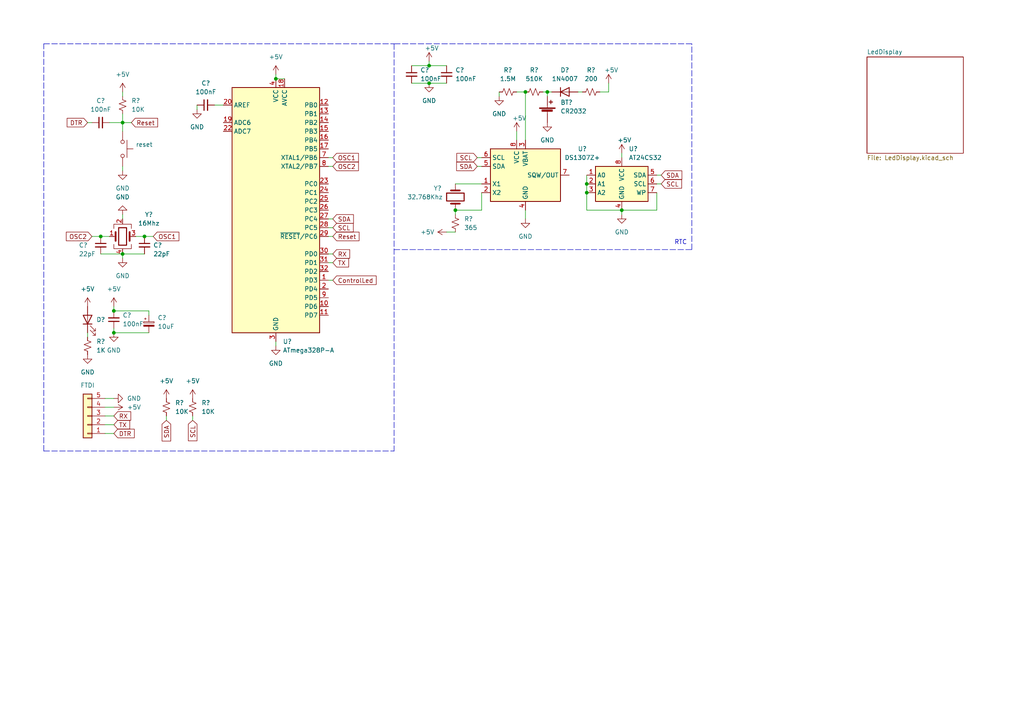
<source format=kicad_sch>
(kicad_sch (version 20211123) (generator eeschema)

  (uuid 01b41c61-57f2-40e5-b471-6f0c5fbce825)

  (paper "A4")

  (lib_symbols
    (symbol "Connector_Generic:Conn_01x05" (pin_names (offset 1.016) hide) (in_bom yes) (on_board yes)
      (property "Reference" "J" (id 0) (at 0 7.62 0)
        (effects (font (size 1.27 1.27)))
      )
      (property "Value" "Conn_01x05" (id 1) (at 0 -7.62 0)
        (effects (font (size 1.27 1.27)))
      )
      (property "Footprint" "" (id 2) (at 0 0 0)
        (effects (font (size 1.27 1.27)) hide)
      )
      (property "Datasheet" "~" (id 3) (at 0 0 0)
        (effects (font (size 1.27 1.27)) hide)
      )
      (property "ki_keywords" "connector" (id 4) (at 0 0 0)
        (effects (font (size 1.27 1.27)) hide)
      )
      (property "ki_description" "Generic connector, single row, 01x05, script generated (kicad-library-utils/schlib/autogen/connector/)" (id 5) (at 0 0 0)
        (effects (font (size 1.27 1.27)) hide)
      )
      (property "ki_fp_filters" "Connector*:*_1x??_*" (id 6) (at 0 0 0)
        (effects (font (size 1.27 1.27)) hide)
      )
      (symbol "Conn_01x05_1_1"
        (rectangle (start -1.27 -4.953) (end 0 -5.207)
          (stroke (width 0.1524) (type default) (color 0 0 0 0))
          (fill (type none))
        )
        (rectangle (start -1.27 -2.413) (end 0 -2.667)
          (stroke (width 0.1524) (type default) (color 0 0 0 0))
          (fill (type none))
        )
        (rectangle (start -1.27 0.127) (end 0 -0.127)
          (stroke (width 0.1524) (type default) (color 0 0 0 0))
          (fill (type none))
        )
        (rectangle (start -1.27 2.667) (end 0 2.413)
          (stroke (width 0.1524) (type default) (color 0 0 0 0))
          (fill (type none))
        )
        (rectangle (start -1.27 5.207) (end 0 4.953)
          (stroke (width 0.1524) (type default) (color 0 0 0 0))
          (fill (type none))
        )
        (rectangle (start -1.27 6.35) (end 1.27 -6.35)
          (stroke (width 0.254) (type default) (color 0 0 0 0))
          (fill (type background))
        )
        (pin passive line (at -5.08 5.08 0) (length 3.81)
          (name "Pin_1" (effects (font (size 1.27 1.27))))
          (number "1" (effects (font (size 1.27 1.27))))
        )
        (pin passive line (at -5.08 2.54 0) (length 3.81)
          (name "Pin_2" (effects (font (size 1.27 1.27))))
          (number "2" (effects (font (size 1.27 1.27))))
        )
        (pin passive line (at -5.08 0 0) (length 3.81)
          (name "Pin_3" (effects (font (size 1.27 1.27))))
          (number "3" (effects (font (size 1.27 1.27))))
        )
        (pin passive line (at -5.08 -2.54 0) (length 3.81)
          (name "Pin_4" (effects (font (size 1.27 1.27))))
          (number "4" (effects (font (size 1.27 1.27))))
        )
        (pin passive line (at -5.08 -5.08 0) (length 3.81)
          (name "Pin_5" (effects (font (size 1.27 1.27))))
          (number "5" (effects (font (size 1.27 1.27))))
        )
      )
    )
    (symbol "Device:Battery_Cell" (pin_numbers hide) (pin_names (offset 0) hide) (in_bom yes) (on_board yes)
      (property "Reference" "BT" (id 0) (at 2.54 2.54 0)
        (effects (font (size 1.27 1.27)) (justify left))
      )
      (property "Value" "Battery_Cell" (id 1) (at 2.54 0 0)
        (effects (font (size 1.27 1.27)) (justify left))
      )
      (property "Footprint" "" (id 2) (at 0 1.524 90)
        (effects (font (size 1.27 1.27)) hide)
      )
      (property "Datasheet" "~" (id 3) (at 0 1.524 90)
        (effects (font (size 1.27 1.27)) hide)
      )
      (property "ki_keywords" "battery cell" (id 4) (at 0 0 0)
        (effects (font (size 1.27 1.27)) hide)
      )
      (property "ki_description" "Single-cell battery" (id 5) (at 0 0 0)
        (effects (font (size 1.27 1.27)) hide)
      )
      (symbol "Battery_Cell_0_1"
        (rectangle (start -2.286 1.778) (end 2.286 1.524)
          (stroke (width 0) (type default) (color 0 0 0 0))
          (fill (type outline))
        )
        (rectangle (start -1.5748 1.1938) (end 1.4732 0.6858)
          (stroke (width 0) (type default) (color 0 0 0 0))
          (fill (type outline))
        )
        (polyline
          (pts
            (xy 0 0.762)
            (xy 0 0)
          )
          (stroke (width 0) (type default) (color 0 0 0 0))
          (fill (type none))
        )
        (polyline
          (pts
            (xy 0 1.778)
            (xy 0 2.54)
          )
          (stroke (width 0) (type default) (color 0 0 0 0))
          (fill (type none))
        )
        (polyline
          (pts
            (xy 0.508 3.429)
            (xy 1.524 3.429)
          )
          (stroke (width 0.254) (type default) (color 0 0 0 0))
          (fill (type none))
        )
        (polyline
          (pts
            (xy 1.016 3.937)
            (xy 1.016 2.921)
          )
          (stroke (width 0.254) (type default) (color 0 0 0 0))
          (fill (type none))
        )
      )
      (symbol "Battery_Cell_1_1"
        (pin passive line (at 0 5.08 270) (length 2.54)
          (name "+" (effects (font (size 1.27 1.27))))
          (number "1" (effects (font (size 1.27 1.27))))
        )
        (pin passive line (at 0 -2.54 90) (length 2.54)
          (name "-" (effects (font (size 1.27 1.27))))
          (number "2" (effects (font (size 1.27 1.27))))
        )
      )
    )
    (symbol "Device:C_Polarized_Small" (pin_numbers hide) (pin_names (offset 0.254) hide) (in_bom yes) (on_board yes)
      (property "Reference" "C" (id 0) (at 0.254 1.778 0)
        (effects (font (size 1.27 1.27)) (justify left))
      )
      (property "Value" "C_Polarized_Small" (id 1) (at 0.254 -2.032 0)
        (effects (font (size 1.27 1.27)) (justify left))
      )
      (property "Footprint" "" (id 2) (at 0 0 0)
        (effects (font (size 1.27 1.27)) hide)
      )
      (property "Datasheet" "~" (id 3) (at 0 0 0)
        (effects (font (size 1.27 1.27)) hide)
      )
      (property "ki_keywords" "cap capacitor" (id 4) (at 0 0 0)
        (effects (font (size 1.27 1.27)) hide)
      )
      (property "ki_description" "Polarized capacitor, small symbol" (id 5) (at 0 0 0)
        (effects (font (size 1.27 1.27)) hide)
      )
      (property "ki_fp_filters" "CP_*" (id 6) (at 0 0 0)
        (effects (font (size 1.27 1.27)) hide)
      )
      (symbol "C_Polarized_Small_0_1"
        (rectangle (start -1.524 -0.3048) (end 1.524 -0.6858)
          (stroke (width 0) (type default) (color 0 0 0 0))
          (fill (type outline))
        )
        (rectangle (start -1.524 0.6858) (end 1.524 0.3048)
          (stroke (width 0) (type default) (color 0 0 0 0))
          (fill (type none))
        )
        (polyline
          (pts
            (xy -1.27 1.524)
            (xy -0.762 1.524)
          )
          (stroke (width 0) (type default) (color 0 0 0 0))
          (fill (type none))
        )
        (polyline
          (pts
            (xy -1.016 1.27)
            (xy -1.016 1.778)
          )
          (stroke (width 0) (type default) (color 0 0 0 0))
          (fill (type none))
        )
      )
      (symbol "C_Polarized_Small_1_1"
        (pin passive line (at 0 2.54 270) (length 1.8542)
          (name "~" (effects (font (size 1.27 1.27))))
          (number "1" (effects (font (size 1.27 1.27))))
        )
        (pin passive line (at 0 -2.54 90) (length 1.8542)
          (name "~" (effects (font (size 1.27 1.27))))
          (number "2" (effects (font (size 1.27 1.27))))
        )
      )
    )
    (symbol "Device:C_Small" (pin_numbers hide) (pin_names (offset 0.254) hide) (in_bom yes) (on_board yes)
      (property "Reference" "C" (id 0) (at 0.254 1.778 0)
        (effects (font (size 1.27 1.27)) (justify left))
      )
      (property "Value" "C_Small" (id 1) (at 0.254 -2.032 0)
        (effects (font (size 1.27 1.27)) (justify left))
      )
      (property "Footprint" "" (id 2) (at 0 0 0)
        (effects (font (size 1.27 1.27)) hide)
      )
      (property "Datasheet" "~" (id 3) (at 0 0 0)
        (effects (font (size 1.27 1.27)) hide)
      )
      (property "ki_keywords" "capacitor cap" (id 4) (at 0 0 0)
        (effects (font (size 1.27 1.27)) hide)
      )
      (property "ki_description" "Unpolarized capacitor, small symbol" (id 5) (at 0 0 0)
        (effects (font (size 1.27 1.27)) hide)
      )
      (property "ki_fp_filters" "C_*" (id 6) (at 0 0 0)
        (effects (font (size 1.27 1.27)) hide)
      )
      (symbol "C_Small_0_1"
        (polyline
          (pts
            (xy -1.524 -0.508)
            (xy 1.524 -0.508)
          )
          (stroke (width 0.3302) (type default) (color 0 0 0 0))
          (fill (type none))
        )
        (polyline
          (pts
            (xy -1.524 0.508)
            (xy 1.524 0.508)
          )
          (stroke (width 0.3048) (type default) (color 0 0 0 0))
          (fill (type none))
        )
      )
      (symbol "C_Small_1_1"
        (pin passive line (at 0 2.54 270) (length 2.032)
          (name "~" (effects (font (size 1.27 1.27))))
          (number "1" (effects (font (size 1.27 1.27))))
        )
        (pin passive line (at 0 -2.54 90) (length 2.032)
          (name "~" (effects (font (size 1.27 1.27))))
          (number "2" (effects (font (size 1.27 1.27))))
        )
      )
    )
    (symbol "Device:Crystal" (pin_numbers hide) (pin_names (offset 1.016) hide) (in_bom yes) (on_board yes)
      (property "Reference" "Y" (id 0) (at 0 3.81 0)
        (effects (font (size 1.27 1.27)))
      )
      (property "Value" "Crystal" (id 1) (at 0 -3.81 0)
        (effects (font (size 1.27 1.27)))
      )
      (property "Footprint" "" (id 2) (at 0 0 0)
        (effects (font (size 1.27 1.27)) hide)
      )
      (property "Datasheet" "~" (id 3) (at 0 0 0)
        (effects (font (size 1.27 1.27)) hide)
      )
      (property "ki_keywords" "quartz ceramic resonator oscillator" (id 4) (at 0 0 0)
        (effects (font (size 1.27 1.27)) hide)
      )
      (property "ki_description" "Two pin crystal" (id 5) (at 0 0 0)
        (effects (font (size 1.27 1.27)) hide)
      )
      (property "ki_fp_filters" "Crystal*" (id 6) (at 0 0 0)
        (effects (font (size 1.27 1.27)) hide)
      )
      (symbol "Crystal_0_1"
        (rectangle (start -1.143 2.54) (end 1.143 -2.54)
          (stroke (width 0.3048) (type default) (color 0 0 0 0))
          (fill (type none))
        )
        (polyline
          (pts
            (xy -2.54 0)
            (xy -1.905 0)
          )
          (stroke (width 0) (type default) (color 0 0 0 0))
          (fill (type none))
        )
        (polyline
          (pts
            (xy -1.905 -1.27)
            (xy -1.905 1.27)
          )
          (stroke (width 0.508) (type default) (color 0 0 0 0))
          (fill (type none))
        )
        (polyline
          (pts
            (xy 1.905 -1.27)
            (xy 1.905 1.27)
          )
          (stroke (width 0.508) (type default) (color 0 0 0 0))
          (fill (type none))
        )
        (polyline
          (pts
            (xy 2.54 0)
            (xy 1.905 0)
          )
          (stroke (width 0) (type default) (color 0 0 0 0))
          (fill (type none))
        )
      )
      (symbol "Crystal_1_1"
        (pin passive line (at -3.81 0 0) (length 1.27)
          (name "1" (effects (font (size 1.27 1.27))))
          (number "1" (effects (font (size 1.27 1.27))))
        )
        (pin passive line (at 3.81 0 180) (length 1.27)
          (name "2" (effects (font (size 1.27 1.27))))
          (number "2" (effects (font (size 1.27 1.27))))
        )
      )
    )
    (symbol "Device:Crystal_GND24" (pin_names (offset 1.016) hide) (in_bom yes) (on_board yes)
      (property "Reference" "Y" (id 0) (at 3.175 5.08 0)
        (effects (font (size 1.27 1.27)) (justify left))
      )
      (property "Value" "Crystal_GND24" (id 1) (at 3.175 3.175 0)
        (effects (font (size 1.27 1.27)) (justify left))
      )
      (property "Footprint" "" (id 2) (at 0 0 0)
        (effects (font (size 1.27 1.27)) hide)
      )
      (property "Datasheet" "~" (id 3) (at 0 0 0)
        (effects (font (size 1.27 1.27)) hide)
      )
      (property "ki_keywords" "quartz ceramic resonator oscillator" (id 4) (at 0 0 0)
        (effects (font (size 1.27 1.27)) hide)
      )
      (property "ki_description" "Four pin crystal, GND on pins 2 and 4" (id 5) (at 0 0 0)
        (effects (font (size 1.27 1.27)) hide)
      )
      (property "ki_fp_filters" "Crystal*" (id 6) (at 0 0 0)
        (effects (font (size 1.27 1.27)) hide)
      )
      (symbol "Crystal_GND24_0_1"
        (rectangle (start -1.143 2.54) (end 1.143 -2.54)
          (stroke (width 0.3048) (type default) (color 0 0 0 0))
          (fill (type none))
        )
        (polyline
          (pts
            (xy -2.54 0)
            (xy -2.032 0)
          )
          (stroke (width 0) (type default) (color 0 0 0 0))
          (fill (type none))
        )
        (polyline
          (pts
            (xy -2.032 -1.27)
            (xy -2.032 1.27)
          )
          (stroke (width 0.508) (type default) (color 0 0 0 0))
          (fill (type none))
        )
        (polyline
          (pts
            (xy 0 -3.81)
            (xy 0 -3.556)
          )
          (stroke (width 0) (type default) (color 0 0 0 0))
          (fill (type none))
        )
        (polyline
          (pts
            (xy 0 3.556)
            (xy 0 3.81)
          )
          (stroke (width 0) (type default) (color 0 0 0 0))
          (fill (type none))
        )
        (polyline
          (pts
            (xy 2.032 -1.27)
            (xy 2.032 1.27)
          )
          (stroke (width 0.508) (type default) (color 0 0 0 0))
          (fill (type none))
        )
        (polyline
          (pts
            (xy 2.032 0)
            (xy 2.54 0)
          )
          (stroke (width 0) (type default) (color 0 0 0 0))
          (fill (type none))
        )
        (polyline
          (pts
            (xy -2.54 -2.286)
            (xy -2.54 -3.556)
            (xy 2.54 -3.556)
            (xy 2.54 -2.286)
          )
          (stroke (width 0) (type default) (color 0 0 0 0))
          (fill (type none))
        )
        (polyline
          (pts
            (xy -2.54 2.286)
            (xy -2.54 3.556)
            (xy 2.54 3.556)
            (xy 2.54 2.286)
          )
          (stroke (width 0) (type default) (color 0 0 0 0))
          (fill (type none))
        )
      )
      (symbol "Crystal_GND24_1_1"
        (pin passive line (at -3.81 0 0) (length 1.27)
          (name "1" (effects (font (size 1.27 1.27))))
          (number "1" (effects (font (size 1.27 1.27))))
        )
        (pin passive line (at 0 5.08 270) (length 1.27)
          (name "2" (effects (font (size 1.27 1.27))))
          (number "2" (effects (font (size 1.27 1.27))))
        )
        (pin passive line (at 3.81 0 180) (length 1.27)
          (name "3" (effects (font (size 1.27 1.27))))
          (number "3" (effects (font (size 1.27 1.27))))
        )
        (pin passive line (at 0 -5.08 90) (length 1.27)
          (name "4" (effects (font (size 1.27 1.27))))
          (number "4" (effects (font (size 1.27 1.27))))
        )
      )
    )
    (symbol "Device:LED" (pin_numbers hide) (pin_names (offset 1.016) hide) (in_bom yes) (on_board yes)
      (property "Reference" "D" (id 0) (at 0 2.54 0)
        (effects (font (size 1.27 1.27)))
      )
      (property "Value" "LED" (id 1) (at 0 -2.54 0)
        (effects (font (size 1.27 1.27)))
      )
      (property "Footprint" "" (id 2) (at 0 0 0)
        (effects (font (size 1.27 1.27)) hide)
      )
      (property "Datasheet" "~" (id 3) (at 0 0 0)
        (effects (font (size 1.27 1.27)) hide)
      )
      (property "ki_keywords" "LED diode" (id 4) (at 0 0 0)
        (effects (font (size 1.27 1.27)) hide)
      )
      (property "ki_description" "Light emitting diode" (id 5) (at 0 0 0)
        (effects (font (size 1.27 1.27)) hide)
      )
      (property "ki_fp_filters" "LED* LED_SMD:* LED_THT:*" (id 6) (at 0 0 0)
        (effects (font (size 1.27 1.27)) hide)
      )
      (symbol "LED_0_1"
        (polyline
          (pts
            (xy -1.27 -1.27)
            (xy -1.27 1.27)
          )
          (stroke (width 0.254) (type default) (color 0 0 0 0))
          (fill (type none))
        )
        (polyline
          (pts
            (xy -1.27 0)
            (xy 1.27 0)
          )
          (stroke (width 0) (type default) (color 0 0 0 0))
          (fill (type none))
        )
        (polyline
          (pts
            (xy 1.27 -1.27)
            (xy 1.27 1.27)
            (xy -1.27 0)
            (xy 1.27 -1.27)
          )
          (stroke (width 0.254) (type default) (color 0 0 0 0))
          (fill (type none))
        )
        (polyline
          (pts
            (xy -3.048 -0.762)
            (xy -4.572 -2.286)
            (xy -3.81 -2.286)
            (xy -4.572 -2.286)
            (xy -4.572 -1.524)
          )
          (stroke (width 0) (type default) (color 0 0 0 0))
          (fill (type none))
        )
        (polyline
          (pts
            (xy -1.778 -0.762)
            (xy -3.302 -2.286)
            (xy -2.54 -2.286)
            (xy -3.302 -2.286)
            (xy -3.302 -1.524)
          )
          (stroke (width 0) (type default) (color 0 0 0 0))
          (fill (type none))
        )
      )
      (symbol "LED_1_1"
        (pin passive line (at -3.81 0 0) (length 2.54)
          (name "K" (effects (font (size 1.27 1.27))))
          (number "1" (effects (font (size 1.27 1.27))))
        )
        (pin passive line (at 3.81 0 180) (length 2.54)
          (name "A" (effects (font (size 1.27 1.27))))
          (number "2" (effects (font (size 1.27 1.27))))
        )
      )
    )
    (symbol "Device:R_Small_US" (pin_numbers hide) (pin_names (offset 0.254) hide) (in_bom yes) (on_board yes)
      (property "Reference" "R" (id 0) (at 0.762 0.508 0)
        (effects (font (size 1.27 1.27)) (justify left))
      )
      (property "Value" "R_Small_US" (id 1) (at 0.762 -1.016 0)
        (effects (font (size 1.27 1.27)) (justify left))
      )
      (property "Footprint" "" (id 2) (at 0 0 0)
        (effects (font (size 1.27 1.27)) hide)
      )
      (property "Datasheet" "~" (id 3) (at 0 0 0)
        (effects (font (size 1.27 1.27)) hide)
      )
      (property "ki_keywords" "r resistor" (id 4) (at 0 0 0)
        (effects (font (size 1.27 1.27)) hide)
      )
      (property "ki_description" "Resistor, small US symbol" (id 5) (at 0 0 0)
        (effects (font (size 1.27 1.27)) hide)
      )
      (property "ki_fp_filters" "R_*" (id 6) (at 0 0 0)
        (effects (font (size 1.27 1.27)) hide)
      )
      (symbol "R_Small_US_1_1"
        (polyline
          (pts
            (xy 0 0)
            (xy 1.016 -0.381)
            (xy 0 -0.762)
            (xy -1.016 -1.143)
            (xy 0 -1.524)
          )
          (stroke (width 0) (type default) (color 0 0 0 0))
          (fill (type none))
        )
        (polyline
          (pts
            (xy 0 1.524)
            (xy 1.016 1.143)
            (xy 0 0.762)
            (xy -1.016 0.381)
            (xy 0 0)
          )
          (stroke (width 0) (type default) (color 0 0 0 0))
          (fill (type none))
        )
        (pin passive line (at 0 2.54 270) (length 1.016)
          (name "~" (effects (font (size 1.27 1.27))))
          (number "1" (effects (font (size 1.27 1.27))))
        )
        (pin passive line (at 0 -2.54 90) (length 1.016)
          (name "~" (effects (font (size 1.27 1.27))))
          (number "2" (effects (font (size 1.27 1.27))))
        )
      )
    )
    (symbol "Diode:1N4007" (pin_numbers hide) (pin_names (offset 1.016) hide) (in_bom yes) (on_board yes)
      (property "Reference" "D" (id 0) (at 0 2.54 0)
        (effects (font (size 1.27 1.27)))
      )
      (property "Value" "1N4007" (id 1) (at 0 -2.54 0)
        (effects (font (size 1.27 1.27)))
      )
      (property "Footprint" "Diode_THT:D_DO-41_SOD81_P10.16mm_Horizontal" (id 2) (at 0 -4.445 0)
        (effects (font (size 1.27 1.27)) hide)
      )
      (property "Datasheet" "http://www.vishay.com/docs/88503/1n4001.pdf" (id 3) (at 0 0 0)
        (effects (font (size 1.27 1.27)) hide)
      )
      (property "ki_keywords" "diode" (id 4) (at 0 0 0)
        (effects (font (size 1.27 1.27)) hide)
      )
      (property "ki_description" "1000V 1A General Purpose Rectifier Diode, DO-41" (id 5) (at 0 0 0)
        (effects (font (size 1.27 1.27)) hide)
      )
      (property "ki_fp_filters" "D*DO?41*" (id 6) (at 0 0 0)
        (effects (font (size 1.27 1.27)) hide)
      )
      (symbol "1N4007_0_1"
        (polyline
          (pts
            (xy -1.27 1.27)
            (xy -1.27 -1.27)
          )
          (stroke (width 0.254) (type default) (color 0 0 0 0))
          (fill (type none))
        )
        (polyline
          (pts
            (xy 1.27 0)
            (xy -1.27 0)
          )
          (stroke (width 0) (type default) (color 0 0 0 0))
          (fill (type none))
        )
        (polyline
          (pts
            (xy 1.27 1.27)
            (xy 1.27 -1.27)
            (xy -1.27 0)
            (xy 1.27 1.27)
          )
          (stroke (width 0.254) (type default) (color 0 0 0 0))
          (fill (type none))
        )
      )
      (symbol "1N4007_1_1"
        (pin passive line (at -3.81 0 0) (length 2.54)
          (name "K" (effects (font (size 1.27 1.27))))
          (number "1" (effects (font (size 1.27 1.27))))
        )
        (pin passive line (at 3.81 0 180) (length 2.54)
          (name "A" (effects (font (size 1.27 1.27))))
          (number "2" (effects (font (size 1.27 1.27))))
        )
      )
    )
    (symbol "MCU_Microchip_ATmega:ATmega328P-A" (in_bom yes) (on_board yes)
      (property "Reference" "U" (id 0) (at -12.7 36.83 0)
        (effects (font (size 1.27 1.27)) (justify left bottom))
      )
      (property "Value" "ATmega328P-A" (id 1) (at 2.54 -36.83 0)
        (effects (font (size 1.27 1.27)) (justify left top))
      )
      (property "Footprint" "Package_QFP:TQFP-32_7x7mm_P0.8mm" (id 2) (at 0 0 0)
        (effects (font (size 1.27 1.27) italic) hide)
      )
      (property "Datasheet" "http://ww1.microchip.com/downloads/en/DeviceDoc/ATmega328_P%20AVR%20MCU%20with%20picoPower%20Technology%20Data%20Sheet%2040001984A.pdf" (id 3) (at 0 0 0)
        (effects (font (size 1.27 1.27)) hide)
      )
      (property "ki_keywords" "AVR 8bit Microcontroller MegaAVR PicoPower" (id 4) (at 0 0 0)
        (effects (font (size 1.27 1.27)) hide)
      )
      (property "ki_description" "20MHz, 32kB Flash, 2kB SRAM, 1kB EEPROM, TQFP-32" (id 5) (at 0 0 0)
        (effects (font (size 1.27 1.27)) hide)
      )
      (property "ki_fp_filters" "TQFP*7x7mm*P0.8mm*" (id 6) (at 0 0 0)
        (effects (font (size 1.27 1.27)) hide)
      )
      (symbol "ATmega328P-A_0_1"
        (rectangle (start -12.7 -35.56) (end 12.7 35.56)
          (stroke (width 0.254) (type default) (color 0 0 0 0))
          (fill (type background))
        )
      )
      (symbol "ATmega328P-A_1_1"
        (pin bidirectional line (at 15.24 -20.32 180) (length 2.54)
          (name "PD3" (effects (font (size 1.27 1.27))))
          (number "1" (effects (font (size 1.27 1.27))))
        )
        (pin bidirectional line (at 15.24 -27.94 180) (length 2.54)
          (name "PD6" (effects (font (size 1.27 1.27))))
          (number "10" (effects (font (size 1.27 1.27))))
        )
        (pin bidirectional line (at 15.24 -30.48 180) (length 2.54)
          (name "PD7" (effects (font (size 1.27 1.27))))
          (number "11" (effects (font (size 1.27 1.27))))
        )
        (pin bidirectional line (at 15.24 30.48 180) (length 2.54)
          (name "PB0" (effects (font (size 1.27 1.27))))
          (number "12" (effects (font (size 1.27 1.27))))
        )
        (pin bidirectional line (at 15.24 27.94 180) (length 2.54)
          (name "PB1" (effects (font (size 1.27 1.27))))
          (number "13" (effects (font (size 1.27 1.27))))
        )
        (pin bidirectional line (at 15.24 25.4 180) (length 2.54)
          (name "PB2" (effects (font (size 1.27 1.27))))
          (number "14" (effects (font (size 1.27 1.27))))
        )
        (pin bidirectional line (at 15.24 22.86 180) (length 2.54)
          (name "PB3" (effects (font (size 1.27 1.27))))
          (number "15" (effects (font (size 1.27 1.27))))
        )
        (pin bidirectional line (at 15.24 20.32 180) (length 2.54)
          (name "PB4" (effects (font (size 1.27 1.27))))
          (number "16" (effects (font (size 1.27 1.27))))
        )
        (pin bidirectional line (at 15.24 17.78 180) (length 2.54)
          (name "PB5" (effects (font (size 1.27 1.27))))
          (number "17" (effects (font (size 1.27 1.27))))
        )
        (pin power_in line (at 2.54 38.1 270) (length 2.54)
          (name "AVCC" (effects (font (size 1.27 1.27))))
          (number "18" (effects (font (size 1.27 1.27))))
        )
        (pin input line (at -15.24 25.4 0) (length 2.54)
          (name "ADC6" (effects (font (size 1.27 1.27))))
          (number "19" (effects (font (size 1.27 1.27))))
        )
        (pin bidirectional line (at 15.24 -22.86 180) (length 2.54)
          (name "PD4" (effects (font (size 1.27 1.27))))
          (number "2" (effects (font (size 1.27 1.27))))
        )
        (pin passive line (at -15.24 30.48 0) (length 2.54)
          (name "AREF" (effects (font (size 1.27 1.27))))
          (number "20" (effects (font (size 1.27 1.27))))
        )
        (pin passive line (at 0 -38.1 90) (length 2.54) hide
          (name "GND" (effects (font (size 1.27 1.27))))
          (number "21" (effects (font (size 1.27 1.27))))
        )
        (pin input line (at -15.24 22.86 0) (length 2.54)
          (name "ADC7" (effects (font (size 1.27 1.27))))
          (number "22" (effects (font (size 1.27 1.27))))
        )
        (pin bidirectional line (at 15.24 7.62 180) (length 2.54)
          (name "PC0" (effects (font (size 1.27 1.27))))
          (number "23" (effects (font (size 1.27 1.27))))
        )
        (pin bidirectional line (at 15.24 5.08 180) (length 2.54)
          (name "PC1" (effects (font (size 1.27 1.27))))
          (number "24" (effects (font (size 1.27 1.27))))
        )
        (pin bidirectional line (at 15.24 2.54 180) (length 2.54)
          (name "PC2" (effects (font (size 1.27 1.27))))
          (number "25" (effects (font (size 1.27 1.27))))
        )
        (pin bidirectional line (at 15.24 0 180) (length 2.54)
          (name "PC3" (effects (font (size 1.27 1.27))))
          (number "26" (effects (font (size 1.27 1.27))))
        )
        (pin bidirectional line (at 15.24 -2.54 180) (length 2.54)
          (name "PC4" (effects (font (size 1.27 1.27))))
          (number "27" (effects (font (size 1.27 1.27))))
        )
        (pin bidirectional line (at 15.24 -5.08 180) (length 2.54)
          (name "PC5" (effects (font (size 1.27 1.27))))
          (number "28" (effects (font (size 1.27 1.27))))
        )
        (pin bidirectional line (at 15.24 -7.62 180) (length 2.54)
          (name "~{RESET}/PC6" (effects (font (size 1.27 1.27))))
          (number "29" (effects (font (size 1.27 1.27))))
        )
        (pin power_in line (at 0 -38.1 90) (length 2.54)
          (name "GND" (effects (font (size 1.27 1.27))))
          (number "3" (effects (font (size 1.27 1.27))))
        )
        (pin bidirectional line (at 15.24 -12.7 180) (length 2.54)
          (name "PD0" (effects (font (size 1.27 1.27))))
          (number "30" (effects (font (size 1.27 1.27))))
        )
        (pin bidirectional line (at 15.24 -15.24 180) (length 2.54)
          (name "PD1" (effects (font (size 1.27 1.27))))
          (number "31" (effects (font (size 1.27 1.27))))
        )
        (pin bidirectional line (at 15.24 -17.78 180) (length 2.54)
          (name "PD2" (effects (font (size 1.27 1.27))))
          (number "32" (effects (font (size 1.27 1.27))))
        )
        (pin power_in line (at 0 38.1 270) (length 2.54)
          (name "VCC" (effects (font (size 1.27 1.27))))
          (number "4" (effects (font (size 1.27 1.27))))
        )
        (pin passive line (at 0 -38.1 90) (length 2.54) hide
          (name "GND" (effects (font (size 1.27 1.27))))
          (number "5" (effects (font (size 1.27 1.27))))
        )
        (pin passive line (at 0 38.1 270) (length 2.54) hide
          (name "VCC" (effects (font (size 1.27 1.27))))
          (number "6" (effects (font (size 1.27 1.27))))
        )
        (pin bidirectional line (at 15.24 15.24 180) (length 2.54)
          (name "XTAL1/PB6" (effects (font (size 1.27 1.27))))
          (number "7" (effects (font (size 1.27 1.27))))
        )
        (pin bidirectional line (at 15.24 12.7 180) (length 2.54)
          (name "XTAL2/PB7" (effects (font (size 1.27 1.27))))
          (number "8" (effects (font (size 1.27 1.27))))
        )
        (pin bidirectional line (at 15.24 -25.4 180) (length 2.54)
          (name "PD5" (effects (font (size 1.27 1.27))))
          (number "9" (effects (font (size 1.27 1.27))))
        )
      )
    )
    (symbol "Memory_EEPROM:AT24CS32-SSHM" (in_bom yes) (on_board yes)
      (property "Reference" "U" (id 0) (at -7.62 6.35 0)
        (effects (font (size 1.27 1.27)))
      )
      (property "Value" "AT24CS32-SSHM" (id 1) (at 2.54 -6.35 0)
        (effects (font (size 1.27 1.27)) (justify left))
      )
      (property "Footprint" "Package_SO:SOIC-8_3.9x4.9mm_P1.27mm" (id 2) (at 0 0 0)
        (effects (font (size 1.27 1.27)) hide)
      )
      (property "Datasheet" "http://ww1.microchip.com/downloads/en/DeviceDoc/Atmel-8869-SEEPROM-AT24CS32-Datasheet.pdf" (id 3) (at 0 0 0)
        (effects (font (size 1.27 1.27)) hide)
      )
      (property "ki_keywords" "I2C Serial EEPROM Nonvolatile Memory" (id 4) (at 0 0 0)
        (effects (font (size 1.27 1.27)) hide)
      )
      (property "ki_description" "I2C Serial EEPROM, 32Kb (4096x8) with Unique Serial Number, SO8" (id 5) (at 0 0 0)
        (effects (font (size 1.27 1.27)) hide)
      )
      (property "ki_fp_filters" "SOIC*3.9x4.9mm*P1.27mm*" (id 6) (at 0 0 0)
        (effects (font (size 1.27 1.27)) hide)
      )
      (symbol "AT24CS32-SSHM_1_1"
        (rectangle (start -7.62 5.08) (end 7.62 -5.08)
          (stroke (width 0.254) (type default) (color 0 0 0 0))
          (fill (type background))
        )
        (pin input line (at -10.16 2.54 0) (length 2.54)
          (name "A0" (effects (font (size 1.27 1.27))))
          (number "1" (effects (font (size 1.27 1.27))))
        )
        (pin input line (at -10.16 0 0) (length 2.54)
          (name "A1" (effects (font (size 1.27 1.27))))
          (number "2" (effects (font (size 1.27 1.27))))
        )
        (pin input line (at -10.16 -2.54 0) (length 2.54)
          (name "A2" (effects (font (size 1.27 1.27))))
          (number "3" (effects (font (size 1.27 1.27))))
        )
        (pin power_in line (at 0 -7.62 90) (length 2.54)
          (name "GND" (effects (font (size 1.27 1.27))))
          (number "4" (effects (font (size 1.27 1.27))))
        )
        (pin bidirectional line (at 10.16 2.54 180) (length 2.54)
          (name "SDA" (effects (font (size 1.27 1.27))))
          (number "5" (effects (font (size 1.27 1.27))))
        )
        (pin input line (at 10.16 0 180) (length 2.54)
          (name "SCL" (effects (font (size 1.27 1.27))))
          (number "6" (effects (font (size 1.27 1.27))))
        )
        (pin input line (at 10.16 -2.54 180) (length 2.54)
          (name "WP" (effects (font (size 1.27 1.27))))
          (number "7" (effects (font (size 1.27 1.27))))
        )
        (pin power_in line (at 0 7.62 270) (length 2.54)
          (name "VCC" (effects (font (size 1.27 1.27))))
          (number "8" (effects (font (size 1.27 1.27))))
        )
      )
    )
    (symbol "Switch:SW_Push" (pin_numbers hide) (pin_names (offset 1.016) hide) (in_bom yes) (on_board yes)
      (property "Reference" "SW" (id 0) (at 1.27 2.54 0)
        (effects (font (size 1.27 1.27)) (justify left))
      )
      (property "Value" "SW_Push" (id 1) (at 0 -1.524 0)
        (effects (font (size 1.27 1.27)))
      )
      (property "Footprint" "" (id 2) (at 0 5.08 0)
        (effects (font (size 1.27 1.27)) hide)
      )
      (property "Datasheet" "~" (id 3) (at 0 5.08 0)
        (effects (font (size 1.27 1.27)) hide)
      )
      (property "ki_keywords" "switch normally-open pushbutton push-button" (id 4) (at 0 0 0)
        (effects (font (size 1.27 1.27)) hide)
      )
      (property "ki_description" "Push button switch, generic, two pins" (id 5) (at 0 0 0)
        (effects (font (size 1.27 1.27)) hide)
      )
      (symbol "SW_Push_0_1"
        (circle (center -2.032 0) (radius 0.508)
          (stroke (width 0) (type default) (color 0 0 0 0))
          (fill (type none))
        )
        (polyline
          (pts
            (xy 0 1.27)
            (xy 0 3.048)
          )
          (stroke (width 0) (type default) (color 0 0 0 0))
          (fill (type none))
        )
        (polyline
          (pts
            (xy 2.54 1.27)
            (xy -2.54 1.27)
          )
          (stroke (width 0) (type default) (color 0 0 0 0))
          (fill (type none))
        )
        (circle (center 2.032 0) (radius 0.508)
          (stroke (width 0) (type default) (color 0 0 0 0))
          (fill (type none))
        )
        (pin passive line (at -5.08 0 0) (length 2.54)
          (name "1" (effects (font (size 1.27 1.27))))
          (number "1" (effects (font (size 1.27 1.27))))
        )
        (pin passive line (at 5.08 0 180) (length 2.54)
          (name "2" (effects (font (size 1.27 1.27))))
          (number "2" (effects (font (size 1.27 1.27))))
        )
      )
    )
    (symbol "Timer_RTC:DS1307Z+" (in_bom yes) (on_board yes)
      (property "Reference" "U" (id 0) (at -8.89 8.89 0)
        (effects (font (size 1.27 1.27)))
      )
      (property "Value" "DS1307Z+" (id 1) (at 1.27 8.89 0)
        (effects (font (size 1.27 1.27)) (justify left))
      )
      (property "Footprint" "Package_SO:SOIC-8_3.9x4.9mm_P1.27mm" (id 2) (at 0 -12.7 0)
        (effects (font (size 1.27 1.27)) hide)
      )
      (property "Datasheet" "https://datasheets.maximintegrated.com/en/ds/DS1307.pdf" (id 3) (at 0 0 0)
        (effects (font (size 1.27 1.27)) hide)
      )
      (property "ki_keywords" "RTC, I2C Timekeeping Chip" (id 4) (at 0 0 0)
        (effects (font (size 1.27 1.27)) hide)
      )
      (property "ki_description" "64 x 8, Serial, I2C Real-time clock, 4.5V to 5.5V VCC, 0°C to +70°C, SOIC-8" (id 5) (at 0 0 0)
        (effects (font (size 1.27 1.27)) hide)
      )
      (property "ki_fp_filters" "SOIC*3.9x4.9mm?P1.27mm*" (id 6) (at 0 0 0)
        (effects (font (size 1.27 1.27)) hide)
      )
      (symbol "DS1307Z+_0_1"
        (rectangle (start -10.16 7.62) (end 10.16 -7.62)
          (stroke (width 0.254) (type default) (color 0 0 0 0))
          (fill (type background))
        )
      )
      (symbol "DS1307Z+_1_1"
        (pin input line (at -12.7 -2.54 0) (length 2.54)
          (name "X1" (effects (font (size 1.27 1.27))))
          (number "1" (effects (font (size 1.27 1.27))))
        )
        (pin input line (at -12.7 -5.08 0) (length 2.54)
          (name "X2" (effects (font (size 1.27 1.27))))
          (number "2" (effects (font (size 1.27 1.27))))
        )
        (pin power_in line (at 0 10.16 270) (length 2.54)
          (name "VBAT" (effects (font (size 1.27 1.27))))
          (number "3" (effects (font (size 1.27 1.27))))
        )
        (pin power_in line (at 0 -10.16 90) (length 2.54)
          (name "GND" (effects (font (size 1.27 1.27))))
          (number "4" (effects (font (size 1.27 1.27))))
        )
        (pin bidirectional line (at -12.7 2.54 0) (length 2.54)
          (name "SDA" (effects (font (size 1.27 1.27))))
          (number "5" (effects (font (size 1.27 1.27))))
        )
        (pin input line (at -12.7 5.08 0) (length 2.54)
          (name "SCL" (effects (font (size 1.27 1.27))))
          (number "6" (effects (font (size 1.27 1.27))))
        )
        (pin open_collector line (at 12.7 0 180) (length 2.54)
          (name "SQW/OUT" (effects (font (size 1.27 1.27))))
          (number "7" (effects (font (size 1.27 1.27))))
        )
        (pin power_in line (at -2.54 10.16 270) (length 2.54)
          (name "VCC" (effects (font (size 1.27 1.27))))
          (number "8" (effects (font (size 1.27 1.27))))
        )
      )
    )
    (symbol "power:+5V" (power) (pin_names (offset 0)) (in_bom yes) (on_board yes)
      (property "Reference" "#PWR" (id 0) (at 0 -3.81 0)
        (effects (font (size 1.27 1.27)) hide)
      )
      (property "Value" "+5V" (id 1) (at 0 3.556 0)
        (effects (font (size 1.27 1.27)))
      )
      (property "Footprint" "" (id 2) (at 0 0 0)
        (effects (font (size 1.27 1.27)) hide)
      )
      (property "Datasheet" "" (id 3) (at 0 0 0)
        (effects (font (size 1.27 1.27)) hide)
      )
      (property "ki_keywords" "power-flag" (id 4) (at 0 0 0)
        (effects (font (size 1.27 1.27)) hide)
      )
      (property "ki_description" "Power symbol creates a global label with name \"+5V\"" (id 5) (at 0 0 0)
        (effects (font (size 1.27 1.27)) hide)
      )
      (symbol "+5V_0_1"
        (polyline
          (pts
            (xy -0.762 1.27)
            (xy 0 2.54)
          )
          (stroke (width 0) (type default) (color 0 0 0 0))
          (fill (type none))
        )
        (polyline
          (pts
            (xy 0 0)
            (xy 0 2.54)
          )
          (stroke (width 0) (type default) (color 0 0 0 0))
          (fill (type none))
        )
        (polyline
          (pts
            (xy 0 2.54)
            (xy 0.762 1.27)
          )
          (stroke (width 0) (type default) (color 0 0 0 0))
          (fill (type none))
        )
      )
      (symbol "+5V_1_1"
        (pin power_in line (at 0 0 90) (length 0) hide
          (name "+5V" (effects (font (size 1.27 1.27))))
          (number "1" (effects (font (size 1.27 1.27))))
        )
      )
    )
    (symbol "power:GND" (power) (pin_names (offset 0)) (in_bom yes) (on_board yes)
      (property "Reference" "#PWR" (id 0) (at 0 -6.35 0)
        (effects (font (size 1.27 1.27)) hide)
      )
      (property "Value" "GND" (id 1) (at 0 -3.81 0)
        (effects (font (size 1.27 1.27)))
      )
      (property "Footprint" "" (id 2) (at 0 0 0)
        (effects (font (size 1.27 1.27)) hide)
      )
      (property "Datasheet" "" (id 3) (at 0 0 0)
        (effects (font (size 1.27 1.27)) hide)
      )
      (property "ki_keywords" "power-flag" (id 4) (at 0 0 0)
        (effects (font (size 1.27 1.27)) hide)
      )
      (property "ki_description" "Power symbol creates a global label with name \"GND\" , ground" (id 5) (at 0 0 0)
        (effects (font (size 1.27 1.27)) hide)
      )
      (symbol "GND_0_1"
        (polyline
          (pts
            (xy 0 0)
            (xy 0 -1.27)
            (xy 1.27 -1.27)
            (xy 0 -2.54)
            (xy -1.27 -1.27)
            (xy 0 -1.27)
          )
          (stroke (width 0) (type default) (color 0 0 0 0))
          (fill (type none))
        )
      )
      (symbol "GND_1_1"
        (pin power_in line (at 0 0 270) (length 0) hide
          (name "GND" (effects (font (size 1.27 1.27))))
          (number "1" (effects (font (size 1.27 1.27))))
        )
      )
    )
  )

  (junction (at 35.56 73.66) (diameter 0) (color 0 0 0 0)
    (uuid 06515c50-c40c-4a0e-b72a-bfb7c2deda62)
  )
  (junction (at 132.08 60.96) (diameter 0) (color 0 0 0 0)
    (uuid 18ea75f9-19e2-4e78-ae62-0ed11809bc5f)
  )
  (junction (at 170.18 53.34) (diameter 0) (color 0 0 0 0)
    (uuid 2cead990-cd6b-4a78-8f99-e69a1b5fca2a)
  )
  (junction (at 33.02 96.52) (diameter 0) (color 0 0 0 0)
    (uuid 30a52fbe-bbf7-4c74-b285-c1a52446e9c4)
  )
  (junction (at 170.18 55.88) (diameter 0) (color 0 0 0 0)
    (uuid 50baf0ed-6b02-4360-a7ca-377587f6f36d)
  )
  (junction (at 41.91 68.58) (diameter 0) (color 0 0 0 0)
    (uuid 803fa98b-9274-4324-8cb5-9ea5afd37b4d)
  )
  (junction (at 152.4 26.67) (diameter 0) (color 0 0 0 0)
    (uuid 8376d4c5-404d-4f71-be63-a5e6bd9a5531)
  )
  (junction (at 80.01 22.86) (diameter 0) (color 0 0 0 0)
    (uuid 87745aa5-0db8-4928-9cf2-baec1b3cd24d)
  )
  (junction (at 35.56 35.56) (diameter 0) (color 0 0 0 0)
    (uuid 9422a92e-9aa4-4099-9601-d2342ccdc232)
  )
  (junction (at 124.46 19.05) (diameter 0) (color 0 0 0 0)
    (uuid 973592a3-648c-4ac3-9284-71bf49c62095)
  )
  (junction (at 124.46 24.13) (diameter 0) (color 0 0 0 0)
    (uuid bbffd146-d205-4af3-bdf6-763ef8ecb786)
  )
  (junction (at 29.21 68.58) (diameter 0) (color 0 0 0 0)
    (uuid dd1f2026-c761-484c-9e03-73d3f89a4e6c)
  )
  (junction (at 158.75 26.67) (diameter 0) (color 0 0 0 0)
    (uuid e9100b28-0ff0-46d9-b41a-a9fa57ebee80)
  )
  (junction (at 180.34 60.96) (diameter 0) (color 0 0 0 0)
    (uuid f41e94fb-c156-425c-8548-5acd634726e7)
  )
  (junction (at 33.02 90.17) (diameter 0) (color 0 0 0 0)
    (uuid f4f1efef-83f6-4e30-8ff7-acfd0e5b4714)
  )

  (wire (pts (xy 31.75 35.56) (xy 35.56 35.56))
    (stroke (width 0) (type default) (color 0 0 0 0))
    (uuid 0035b607-6095-4221-9df9-5f03b157fc5a)
  )
  (wire (pts (xy 35.56 35.56) (xy 38.1 35.56))
    (stroke (width 0) (type default) (color 0 0 0 0))
    (uuid 032b7ad9-ca7f-4e9b-8d86-0378ee1b1027)
  )
  (wire (pts (xy 170.18 53.34) (xy 170.18 50.8))
    (stroke (width 0) (type default) (color 0 0 0 0))
    (uuid 045f8dde-c33d-4c91-8ede-dda4e67ef1c5)
  )
  (wire (pts (xy 176.53 26.67) (xy 176.53 24.13))
    (stroke (width 0) (type default) (color 0 0 0 0))
    (uuid 068af441-4233-4869-a772-6aa47ff67197)
  )
  (wire (pts (xy 48.26 120.65) (xy 48.26 121.92))
    (stroke (width 0) (type default) (color 0 0 0 0))
    (uuid 06dd3713-5d36-4631-8020-cea2ff15b3a1)
  )
  (polyline (pts (xy 12.7 130.81) (xy 12.7 12.7))
    (stroke (width 0) (type default) (color 0 0 0 0))
    (uuid 09d2c565-c7bc-4c49-839a-e9bbead2e0f7)
  )
  (polyline (pts (xy 114.3 12.7) (xy 114.3 130.81))
    (stroke (width 0) (type default) (color 0 0 0 0))
    (uuid 12bc504e-4c6a-43e4-a7f5-0596b0a693e5)
  )

  (wire (pts (xy 95.25 76.2) (xy 96.52 76.2))
    (stroke (width 0) (type default) (color 0 0 0 0))
    (uuid 13ddded9-7450-411c-844a-111eb0ef413e)
  )
  (wire (pts (xy 43.18 91.44) (xy 43.18 90.17))
    (stroke (width 0) (type default) (color 0 0 0 0))
    (uuid 181ee5ae-9fb5-482f-9b50-e2c8791e3a99)
  )
  (wire (pts (xy 170.18 55.88) (xy 170.18 53.34))
    (stroke (width 0) (type default) (color 0 0 0 0))
    (uuid 22c4a466-8a82-41d2-96b6-22a89b7d5656)
  )
  (wire (pts (xy 180.34 60.96) (xy 170.18 60.96))
    (stroke (width 0) (type default) (color 0 0 0 0))
    (uuid 230ff378-1b97-46cb-9b66-310ccf2dba9f)
  )
  (wire (pts (xy 95.25 63.5) (xy 96.52 63.5))
    (stroke (width 0) (type default) (color 0 0 0 0))
    (uuid 2438b607-474a-4729-8034-3b35a0bd6799)
  )
  (wire (pts (xy 158.75 27.94) (xy 158.75 26.67))
    (stroke (width 0) (type default) (color 0 0 0 0))
    (uuid 2975a0ff-d0cf-4318-9790-81018521003c)
  )
  (wire (pts (xy 30.48 125.73) (xy 33.02 125.73))
    (stroke (width 0) (type default) (color 0 0 0 0))
    (uuid 2d13653c-c8ca-4015-ad3f-8c3596e468db)
  )
  (wire (pts (xy 30.48 123.19) (xy 33.02 123.19))
    (stroke (width 0) (type default) (color 0 0 0 0))
    (uuid 308ddb04-78c4-4032-a3a7-d77802a861fb)
  )
  (wire (pts (xy 30.48 115.57) (xy 33.02 115.57))
    (stroke (width 0) (type default) (color 0 0 0 0))
    (uuid 38fb8945-8c70-44bf-acc0-97006297a5b0)
  )
  (polyline (pts (xy 114.3 72.39) (xy 200.66 72.39))
    (stroke (width 0) (type default) (color 0 0 0 0))
    (uuid 3bb5e47b-704d-4ec4-bf9a-70400235b003)
  )

  (wire (pts (xy 152.4 26.67) (xy 152.4 40.64))
    (stroke (width 0) (type default) (color 0 0 0 0))
    (uuid 3dd30ca3-93aa-4580-8d5c-8eac7bd49765)
  )
  (wire (pts (xy 190.5 50.8) (xy 191.77 50.8))
    (stroke (width 0) (type default) (color 0 0 0 0))
    (uuid 3f9ff594-723b-4f48-8c30-6db7cad6c149)
  )
  (wire (pts (xy 132.08 53.34) (xy 139.7 53.34))
    (stroke (width 0) (type default) (color 0 0 0 0))
    (uuid 42f535a1-88a5-4dba-b98f-d4de56b44cd0)
  )
  (wire (pts (xy 25.4 96.52) (xy 25.4 97.79))
    (stroke (width 0) (type default) (color 0 0 0 0))
    (uuid 4462d051-6aca-4066-b0f1-c88ac9c48337)
  )
  (wire (pts (xy 33.02 96.52) (xy 33.02 95.25))
    (stroke (width 0) (type default) (color 0 0 0 0))
    (uuid 47052ee7-83d0-4841-a229-90d3de64cb76)
  )
  (wire (pts (xy 35.56 33.02) (xy 35.56 35.56))
    (stroke (width 0) (type default) (color 0 0 0 0))
    (uuid 472b0e4e-ab73-4ed7-aa4f-b8f1788e6f2f)
  )
  (wire (pts (xy 170.18 60.96) (xy 170.18 55.88))
    (stroke (width 0) (type default) (color 0 0 0 0))
    (uuid 473f1a3c-84d8-4c58-a474-f12c9e3808b7)
  )
  (wire (pts (xy 139.7 60.96) (xy 139.7 55.88))
    (stroke (width 0) (type default) (color 0 0 0 0))
    (uuid 4961c633-366e-4387-8565-0083adf7d3e5)
  )
  (wire (pts (xy 80.01 22.86) (xy 80.01 21.59))
    (stroke (width 0) (type default) (color 0 0 0 0))
    (uuid 5097e57d-4b2f-41fb-a17a-5058a6457007)
  )
  (wire (pts (xy 25.4 35.56) (xy 26.67 35.56))
    (stroke (width 0) (type default) (color 0 0 0 0))
    (uuid 547f9c33-af87-4b2d-9919-3cbadb18233c)
  )
  (wire (pts (xy 167.64 26.67) (xy 168.91 26.67))
    (stroke (width 0) (type default) (color 0 0 0 0))
    (uuid 58c9458e-6452-4e4e-bac0-27b8270230c9)
  )
  (wire (pts (xy 180.34 62.23) (xy 180.34 60.96))
    (stroke (width 0) (type default) (color 0 0 0 0))
    (uuid 59463307-c0f3-4d8a-9d5b-78bd3d3041e6)
  )
  (wire (pts (xy 43.18 90.17) (xy 33.02 90.17))
    (stroke (width 0) (type default) (color 0 0 0 0))
    (uuid 5b85fca1-ce7e-4cbe-be18-81b8df6cce50)
  )
  (polyline (pts (xy 12.7 12.7) (xy 114.3 12.7))
    (stroke (width 0) (type default) (color 0 0 0 0))
    (uuid 5d63a95e-44f3-44ee-9034-c1df63b9f9d2)
  )

  (wire (pts (xy 35.56 73.66) (xy 41.91 73.66))
    (stroke (width 0) (type default) (color 0 0 0 0))
    (uuid 5d8980f9-65c8-44ed-b6f7-680424dd9e27)
  )
  (wire (pts (xy 190.5 55.88) (xy 190.5 60.96))
    (stroke (width 0) (type default) (color 0 0 0 0))
    (uuid 5e188cff-9e82-4f64-b408-66aa2a816897)
  )
  (wire (pts (xy 173.99 26.67) (xy 176.53 26.67))
    (stroke (width 0) (type default) (color 0 0 0 0))
    (uuid 5f8641b0-5078-41e9-8b8f-861ac008a874)
  )
  (wire (pts (xy 95.25 73.66) (xy 96.52 73.66))
    (stroke (width 0) (type default) (color 0 0 0 0))
    (uuid 6291af3a-a6ea-44ec-8d7d-880eaabf5842)
  )
  (wire (pts (xy 41.91 68.58) (xy 44.45 68.58))
    (stroke (width 0) (type default) (color 0 0 0 0))
    (uuid 6824a160-45b7-485d-9ec6-051f785423cb)
  )
  (wire (pts (xy 124.46 19.05) (xy 129.54 19.05))
    (stroke (width 0) (type default) (color 0 0 0 0))
    (uuid 68346398-da5b-4f37-adc0-8c831b273a3a)
  )
  (wire (pts (xy 95.25 66.04) (xy 96.52 66.04))
    (stroke (width 0) (type default) (color 0 0 0 0))
    (uuid 69dce19a-728d-4b83-9b96-614bd882c625)
  )
  (wire (pts (xy 26.67 68.58) (xy 29.21 68.58))
    (stroke (width 0) (type default) (color 0 0 0 0))
    (uuid 6a4f7cd8-3e12-4a18-8be3-74745f1d95da)
  )
  (wire (pts (xy 95.25 48.26) (xy 96.52 48.26))
    (stroke (width 0) (type default) (color 0 0 0 0))
    (uuid 6dfb2521-7002-416b-b3c6-ce0f0aa41550)
  )
  (wire (pts (xy 119.38 19.05) (xy 124.46 19.05))
    (stroke (width 0) (type default) (color 0 0 0 0))
    (uuid 6e94ad7b-3bf0-40d9-8de6-04961c145cad)
  )
  (wire (pts (xy 33.02 88.9) (xy 33.02 90.17))
    (stroke (width 0) (type default) (color 0 0 0 0))
    (uuid 77eda3bb-14cd-495b-86d3-04199df52479)
  )
  (wire (pts (xy 149.86 38.1) (xy 149.86 40.64))
    (stroke (width 0) (type default) (color 0 0 0 0))
    (uuid 7fff8c2b-fd4e-497f-9aba-eb3facdff7f9)
  )
  (wire (pts (xy 29.21 73.66) (xy 35.56 73.66))
    (stroke (width 0) (type default) (color 0 0 0 0))
    (uuid 8042635e-7174-4ccd-a2ae-af1d9c9af392)
  )
  (wire (pts (xy 129.54 67.31) (xy 132.08 67.31))
    (stroke (width 0) (type default) (color 0 0 0 0))
    (uuid 84665c94-0cb9-4fc2-b7e1-51019a21578f)
  )
  (wire (pts (xy 95.25 68.58) (xy 96.52 68.58))
    (stroke (width 0) (type default) (color 0 0 0 0))
    (uuid 86f84610-5b2c-4536-a007-d27a17b8cad6)
  )
  (wire (pts (xy 144.78 27.94) (xy 144.78 26.67))
    (stroke (width 0) (type default) (color 0 0 0 0))
    (uuid 86f8d021-dd00-4a0a-a009-2d8d660430f9)
  )
  (wire (pts (xy 119.38 24.13) (xy 124.46 24.13))
    (stroke (width 0) (type default) (color 0 0 0 0))
    (uuid 874a6c71-86b2-42fa-abdf-a19c137ad94f)
  )
  (wire (pts (xy 33.02 96.52) (xy 43.18 96.52))
    (stroke (width 0) (type default) (color 0 0 0 0))
    (uuid 8bf2de7b-0899-4fdf-ba0b-fb2d7de7cb2f)
  )
  (wire (pts (xy 190.5 53.34) (xy 191.77 53.34))
    (stroke (width 0) (type default) (color 0 0 0 0))
    (uuid 91d1e6b7-881f-4607-8667-ada59bf4026f)
  )
  (wire (pts (xy 190.5 60.96) (xy 180.34 60.96))
    (stroke (width 0) (type default) (color 0 0 0 0))
    (uuid 924d9b4c-716f-4511-accb-805d570742ee)
  )
  (wire (pts (xy 95.25 45.72) (xy 96.52 45.72))
    (stroke (width 0) (type default) (color 0 0 0 0))
    (uuid 9362efdb-8427-4d7d-9055-1341584191f4)
  )
  (wire (pts (xy 158.75 26.67) (xy 160.02 26.67))
    (stroke (width 0) (type default) (color 0 0 0 0))
    (uuid 979ecccb-d639-4cf6-91b1-dfba41fe8aa8)
  )
  (wire (pts (xy 35.56 35.56) (xy 35.56 38.1))
    (stroke (width 0) (type default) (color 0 0 0 0))
    (uuid 98527474-5805-4faa-a393-058dda9be9aa)
  )
  (wire (pts (xy 149.86 26.67) (xy 152.4 26.67))
    (stroke (width 0) (type default) (color 0 0 0 0))
    (uuid 9fa85efe-7f12-4a97-9f9d-dafe1998a422)
  )
  (wire (pts (xy 132.08 62.23) (xy 132.08 60.96))
    (stroke (width 0) (type default) (color 0 0 0 0))
    (uuid a01dd96d-9a0a-46d5-af81-4ce8fee3e2bb)
  )
  (polyline (pts (xy 200.66 12.7) (xy 114.3 12.7))
    (stroke (width 0) (type default) (color 0 0 0 0))
    (uuid a459b19d-9b13-49b0-9b49-1a8f9f9e6476)
  )

  (wire (pts (xy 55.88 120.65) (xy 55.88 121.92))
    (stroke (width 0) (type default) (color 0 0 0 0))
    (uuid a6297abc-d2d9-47a9-9801-e5d0c6e9a2ee)
  )
  (wire (pts (xy 35.56 73.66) (xy 35.56 74.93))
    (stroke (width 0) (type default) (color 0 0 0 0))
    (uuid a79de3b7-8a33-4e73-8b7f-9f792a4f36b2)
  )
  (wire (pts (xy 62.23 30.48) (xy 64.77 30.48))
    (stroke (width 0) (type default) (color 0 0 0 0))
    (uuid b7b88968-4738-4be3-901a-2805ec25cb24)
  )
  (wire (pts (xy 35.56 26.67) (xy 35.56 27.94))
    (stroke (width 0) (type default) (color 0 0 0 0))
    (uuid b7c593c2-60e6-49c4-945e-aa683adc184d)
  )
  (wire (pts (xy 157.48 26.67) (xy 158.75 26.67))
    (stroke (width 0) (type default) (color 0 0 0 0))
    (uuid b95468d7-16c2-4847-b7f0-b985f1f79c0e)
  )
  (wire (pts (xy 39.37 68.58) (xy 41.91 68.58))
    (stroke (width 0) (type default) (color 0 0 0 0))
    (uuid bd1c9ac1-c8be-4879-894d-429c5c50425e)
  )
  (wire (pts (xy 29.21 68.58) (xy 31.75 68.58))
    (stroke (width 0) (type default) (color 0 0 0 0))
    (uuid c35de0b6-ff96-4355-a73f-69e6a8c46aa8)
  )
  (wire (pts (xy 138.43 48.26) (xy 139.7 48.26))
    (stroke (width 0) (type default) (color 0 0 0 0))
    (uuid c4e39119-107d-41b7-bb4d-52decdc048c1)
  )
  (wire (pts (xy 180.34 44.45) (xy 180.34 45.72))
    (stroke (width 0) (type default) (color 0 0 0 0))
    (uuid c9270a62-5944-44bf-92d8-d83a6a86a0e4)
  )
  (wire (pts (xy 35.56 62.23) (xy 35.56 63.5))
    (stroke (width 0) (type default) (color 0 0 0 0))
    (uuid ce6659dc-df47-4399-820c-a387eb56a978)
  )
  (wire (pts (xy 30.48 120.65) (xy 33.02 120.65))
    (stroke (width 0) (type default) (color 0 0 0 0))
    (uuid d7a01707-c7b1-4cd2-9267-d95796a9184c)
  )
  (wire (pts (xy 57.15 30.48) (xy 57.15 31.75))
    (stroke (width 0) (type default) (color 0 0 0 0))
    (uuid daccaa56-5268-44f9-8c6b-e0cb48e01b4b)
  )
  (wire (pts (xy 124.46 17.78) (xy 124.46 19.05))
    (stroke (width 0) (type default) (color 0 0 0 0))
    (uuid dae73bda-d0e6-4287-8ab0-4d54a110e588)
  )
  (wire (pts (xy 95.25 81.28) (xy 96.52 81.28))
    (stroke (width 0) (type default) (color 0 0 0 0))
    (uuid db22bc36-6f8f-4d8b-b0ba-35fc65408ab0)
  )
  (wire (pts (xy 80.01 100.33) (xy 80.01 99.06))
    (stroke (width 0) (type default) (color 0 0 0 0))
    (uuid e4a98a72-1ed9-4c27-8ad1-1bcb3b877db9)
  )
  (wire (pts (xy 30.48 118.11) (xy 33.02 118.11))
    (stroke (width 0) (type default) (color 0 0 0 0))
    (uuid e4df2ddd-77ad-44f6-b298-e13e44c3e03e)
  )
  (polyline (pts (xy 200.66 72.39) (xy 200.66 12.7))
    (stroke (width 0) (type default) (color 0 0 0 0))
    (uuid e4f6ce47-0094-40a0-a96b-895ec450ba92)
  )
  (polyline (pts (xy 12.7 130.81) (xy 114.3 130.81))
    (stroke (width 0) (type default) (color 0 0 0 0))
    (uuid ecc2ca5a-509c-499a-adb1-4abefe496070)
  )

  (wire (pts (xy 35.56 49.53) (xy 35.56 48.26))
    (stroke (width 0) (type default) (color 0 0 0 0))
    (uuid ef349d1c-a080-4fbc-a580-2d4bbec3f28b)
  )
  (wire (pts (xy 82.55 22.86) (xy 80.01 22.86))
    (stroke (width 0) (type default) (color 0 0 0 0))
    (uuid f3394bfb-aa3d-43a4-82d4-760865a2f75d)
  )
  (wire (pts (xy 124.46 24.13) (xy 129.54 24.13))
    (stroke (width 0) (type default) (color 0 0 0 0))
    (uuid f5de9d21-3bbe-4481-adb5-1dd441d79f44)
  )
  (wire (pts (xy 132.08 60.96) (xy 139.7 60.96))
    (stroke (width 0) (type default) (color 0 0 0 0))
    (uuid fa82575f-06a6-41a0-bbdf-a3719ee370e4)
  )
  (wire (pts (xy 138.43 45.72) (xy 139.7 45.72))
    (stroke (width 0) (type default) (color 0 0 0 0))
    (uuid fbb552b2-feed-44d5-92c8-3392ac18ec87)
  )
  (wire (pts (xy 152.4 60.96) (xy 152.4 63.5))
    (stroke (width 0) (type default) (color 0 0 0 0))
    (uuid fd34384b-ce86-4502-83e9-506cadc489f5)
  )

  (text "RTC" (at 195.58 71.12 0)
    (effects (font (size 1.27 1.27)) (justify left bottom))
    (uuid 7b97293a-3b81-45b0-bdce-f7a5068467a7)
  )

  (global_label "DTR" (shape input) (at 33.02 125.73 0) (fields_autoplaced)
    (effects (font (size 1.27 1.27)) (justify left))
    (uuid 0dabbfb0-714f-4be8-8399-b0b0f4eef5e8)
    (property "Intersheet References" "${INTERSHEET_REFS}" (id 0) (at 38.9407 125.6506 0)
      (effects (font (size 1.27 1.27)) (justify left) hide)
    )
  )
  (global_label "OSC2" (shape input) (at 26.67 68.58 180) (fields_autoplaced)
    (effects (font (size 1.27 1.27)) (justify right))
    (uuid 19f5ca3d-f5f7-42a7-81f4-fcf2225cc2a5)
    (property "Intersheet References" "${INTERSHEET_REFS}" (id 0) (at 19.2374 68.5006 0)
      (effects (font (size 1.27 1.27)) (justify right) hide)
    )
  )
  (global_label "ControlLed" (shape input) (at 96.52 81.28 0) (fields_autoplaced)
    (effects (font (size 1.27 1.27)) (justify left))
    (uuid 1ee71d03-1a94-4045-9a0d-e1c49b33e764)
    (property "Intersheet References" "${INTERSHEET_REFS}" (id 0) (at 109.0931 81.2006 0)
      (effects (font (size 1.27 1.27)) (justify left) hide)
    )
  )
  (global_label "SCL" (shape input) (at 191.77 53.34 0) (fields_autoplaced)
    (effects (font (size 1.27 1.27)) (justify left))
    (uuid 22f63e29-77ae-4d00-beab-4b3afdb8afed)
    (property "Intersheet References" "${INTERSHEET_REFS}" (id 0) (at 197.6907 53.2606 0)
      (effects (font (size 1.27 1.27)) (justify left) hide)
    )
  )
  (global_label "SDA" (shape input) (at 138.43 48.26 180) (fields_autoplaced)
    (effects (font (size 1.27 1.27)) (justify right))
    (uuid 48216d09-ac9b-4304-8c6b-0148c2039b45)
    (property "Intersheet References" "${INTERSHEET_REFS}" (id 0) (at 132.4488 48.3394 0)
      (effects (font (size 1.27 1.27)) (justify left) hide)
    )
  )
  (global_label "Reset" (shape input) (at 96.52 68.58 0) (fields_autoplaced)
    (effects (font (size 1.27 1.27)) (justify left))
    (uuid 4aa0e61e-6291-4521-adec-ce3b9d759f9c)
    (property "Intersheet References" "${INTERSHEET_REFS}" (id 0) (at 104.1341 68.5006 0)
      (effects (font (size 1.27 1.27)) (justify left) hide)
    )
  )
  (global_label "OSC1" (shape input) (at 96.52 45.72 0) (fields_autoplaced)
    (effects (font (size 1.27 1.27)) (justify left))
    (uuid 526a449f-3b62-4bef-bc76-49e5750a9980)
    (property "Intersheet References" "${INTERSHEET_REFS}" (id 0) (at 103.9526 45.6406 0)
      (effects (font (size 1.27 1.27)) (justify left) hide)
    )
  )
  (global_label "SDA" (shape input) (at 96.52 63.5 0) (fields_autoplaced)
    (effects (font (size 1.27 1.27)) (justify left))
    (uuid 6450f845-7105-4337-a801-5c7423921a70)
    (property "Intersheet References" "${INTERSHEET_REFS}" (id 0) (at 102.5012 63.4206 0)
      (effects (font (size 1.27 1.27)) (justify left) hide)
    )
  )
  (global_label "OSC2" (shape input) (at 96.52 48.26 0) (fields_autoplaced)
    (effects (font (size 1.27 1.27)) (justify left))
    (uuid 66dc97bd-f88c-4f84-8716-e83adcae40be)
    (property "Intersheet References" "${INTERSHEET_REFS}" (id 0) (at 103.9526 48.3394 0)
      (effects (font (size 1.27 1.27)) (justify left) hide)
    )
  )
  (global_label "SCL" (shape input) (at 96.52 66.04 0) (fields_autoplaced)
    (effects (font (size 1.27 1.27)) (justify left))
    (uuid 6adb3d4f-b40e-4470-bef2-5fdd5682e0e5)
    (property "Intersheet References" "${INTERSHEET_REFS}" (id 0) (at 102.4407 65.9606 0)
      (effects (font (size 1.27 1.27)) (justify left) hide)
    )
  )
  (global_label "SDA" (shape input) (at 191.77 50.8 0) (fields_autoplaced)
    (effects (font (size 1.27 1.27)) (justify left))
    (uuid 7890d5c8-901e-429c-918d-1d8fe723a97a)
    (property "Intersheet References" "${INTERSHEET_REFS}" (id 0) (at 197.7512 50.7206 0)
      (effects (font (size 1.27 1.27)) (justify left) hide)
    )
  )
  (global_label "OSC1" (shape input) (at 44.45 68.58 0) (fields_autoplaced)
    (effects (font (size 1.27 1.27)) (justify left))
    (uuid 799fe6c0-c7bd-49c2-bcd9-c6682c814a21)
    (property "Intersheet References" "${INTERSHEET_REFS}" (id 0) (at 51.8826 68.5006 0)
      (effects (font (size 1.27 1.27)) (justify left) hide)
    )
  )
  (global_label "SDA" (shape input) (at 48.26 121.92 270) (fields_autoplaced)
    (effects (font (size 1.27 1.27)) (justify right))
    (uuid 7e65cb6d-56d3-4399-902e-b1dc3dc49043)
    (property "Intersheet References" "${INTERSHEET_REFS}" (id 0) (at 48.3394 127.9012 90)
      (effects (font (size 1.27 1.27)) (justify left) hide)
    )
  )
  (global_label "TX" (shape input) (at 33.02 123.19 0) (fields_autoplaced)
    (effects (font (size 1.27 1.27)) (justify left))
    (uuid 9eff2401-78b1-47c0-900c-b72410e83070)
    (property "Intersheet References" "${INTERSHEET_REFS}" (id 0) (at 37.6102 123.1106 0)
      (effects (font (size 1.27 1.27)) (justify left) hide)
    )
  )
  (global_label "SCL" (shape input) (at 55.88 121.92 270) (fields_autoplaced)
    (effects (font (size 1.27 1.27)) (justify right))
    (uuid a6deb306-263b-4c44-b834-8dc4e0f1ea40)
    (property "Intersheet References" "${INTERSHEET_REFS}" (id 0) (at 55.9594 127.8407 90)
      (effects (font (size 1.27 1.27)) (justify left) hide)
    )
  )
  (global_label "DTR" (shape input) (at 25.4 35.56 180) (fields_autoplaced)
    (effects (font (size 1.27 1.27)) (justify right))
    (uuid a80756ba-48a5-4df0-b803-89c82e027b8f)
    (property "Intersheet References" "${INTERSHEET_REFS}" (id 0) (at 19.4793 35.4806 0)
      (effects (font (size 1.27 1.27)) (justify right) hide)
    )
  )
  (global_label "TX" (shape input) (at 96.52 76.2 0) (fields_autoplaced)
    (effects (font (size 1.27 1.27)) (justify left))
    (uuid be8650e7-6951-499e-ac16-1c012aa9b3ff)
    (property "Intersheet References" "${INTERSHEET_REFS}" (id 0) (at 101.1102 76.1206 0)
      (effects (font (size 1.27 1.27)) (justify left) hide)
    )
  )
  (global_label "RX" (shape input) (at 33.02 120.65 0) (fields_autoplaced)
    (effects (font (size 1.27 1.27)) (justify left))
    (uuid c0c8339e-250c-4a0c-880c-e057865d5ccd)
    (property "Intersheet References" "${INTERSHEET_REFS}" (id 0) (at 37.9126 120.5706 0)
      (effects (font (size 1.27 1.27)) (justify left) hide)
    )
  )
  (global_label "RX" (shape input) (at 96.52 73.66 0) (fields_autoplaced)
    (effects (font (size 1.27 1.27)) (justify left))
    (uuid c67335a7-4c04-40f5-8040-8a7f22017881)
    (property "Intersheet References" "${INTERSHEET_REFS}" (id 0) (at 101.4126 73.5806 0)
      (effects (font (size 1.27 1.27)) (justify left) hide)
    )
  )
  (global_label "Reset" (shape input) (at 38.1 35.56 0) (fields_autoplaced)
    (effects (font (size 1.27 1.27)) (justify left))
    (uuid e61fe676-0b9b-444c-a8e6-b0b7b713cafc)
    (property "Intersheet References" "${INTERSHEET_REFS}" (id 0) (at 45.7141 35.4806 0)
      (effects (font (size 1.27 1.27)) (justify left) hide)
    )
  )
  (global_label "SCL" (shape input) (at 138.43 45.72 180) (fields_autoplaced)
    (effects (font (size 1.27 1.27)) (justify right))
    (uuid f4e87f95-83b3-4377-be5f-77917885928b)
    (property "Intersheet References" "${INTERSHEET_REFS}" (id 0) (at 132.5093 45.7994 0)
      (effects (font (size 1.27 1.27)) (justify left) hide)
    )
  )

  (symbol (lib_id "power:+5V") (at 176.53 24.13 0) (unit 1)
    (in_bom yes) (on_board yes)
    (uuid 00e35ffa-bf2c-446e-b858-f503e56dfca5)
    (property "Reference" "#PWR?" (id 0) (at 176.53 27.94 0)
      (effects (font (size 1.27 1.27)) hide)
    )
    (property "Value" "+5V" (id 1) (at 175.26 20.32 0)
      (effects (font (size 1.27 1.27)) (justify left))
    )
    (property "Footprint" "" (id 2) (at 176.53 24.13 0)
      (effects (font (size 1.27 1.27)) hide)
    )
    (property "Datasheet" "" (id 3) (at 176.53 24.13 0)
      (effects (font (size 1.27 1.27)) hide)
    )
    (pin "1" (uuid f7e5774f-ecda-4adf-9898-23a13e868866))
  )

  (symbol (lib_id "power:+5V") (at 33.02 118.11 270) (unit 1)
    (in_bom yes) (on_board yes) (fields_autoplaced)
    (uuid 022e876d-ca73-45c2-847f-836c5683901c)
    (property "Reference" "#PWR?" (id 0) (at 29.21 118.11 0)
      (effects (font (size 1.27 1.27)) hide)
    )
    (property "Value" "+5V" (id 1) (at 36.83 118.1099 90)
      (effects (font (size 1.27 1.27)) (justify left))
    )
    (property "Footprint" "" (id 2) (at 33.02 118.11 0)
      (effects (font (size 1.27 1.27)) hide)
    )
    (property "Datasheet" "" (id 3) (at 33.02 118.11 0)
      (effects (font (size 1.27 1.27)) hide)
    )
    (pin "1" (uuid f84cb345-f6de-4c37-a4e2-7ed4a8cef8ac))
  )

  (symbol (lib_id "Device:C_Small") (at 59.69 30.48 90) (unit 1)
    (in_bom yes) (on_board yes) (fields_autoplaced)
    (uuid 02360ef3-5206-4a4f-a16e-7bec0a8b7a1f)
    (property "Reference" "C?" (id 0) (at 59.6963 24.13 90))
    (property "Value" "100nF" (id 1) (at 59.6963 26.67 90))
    (property "Footprint" "" (id 2) (at 59.69 30.48 0)
      (effects (font (size 1.27 1.27)) hide)
    )
    (property "Datasheet" "~" (id 3) (at 59.69 30.48 0)
      (effects (font (size 1.27 1.27)) hide)
    )
    (pin "1" (uuid e118c2fc-4f73-4f1a-a99b-1b0bcbb052ff))
    (pin "2" (uuid ec0a235b-333e-4aed-87f3-224f9c9e2eb2))
  )

  (symbol (lib_id "power:GND") (at 80.01 100.33 0) (unit 1)
    (in_bom yes) (on_board yes) (fields_autoplaced)
    (uuid 0336d05c-13ea-4109-bde4-de616860cfbb)
    (property "Reference" "#PWR?" (id 0) (at 80.01 106.68 0)
      (effects (font (size 1.27 1.27)) hide)
    )
    (property "Value" "GND" (id 1) (at 80.01 105.41 0))
    (property "Footprint" "" (id 2) (at 80.01 100.33 0)
      (effects (font (size 1.27 1.27)) hide)
    )
    (property "Datasheet" "" (id 3) (at 80.01 100.33 0)
      (effects (font (size 1.27 1.27)) hide)
    )
    (pin "1" (uuid 80abc1e6-0aa3-46a5-8667-93900be847cf))
  )

  (symbol (lib_id "power:+5V") (at 80.01 21.59 0) (unit 1)
    (in_bom yes) (on_board yes) (fields_autoplaced)
    (uuid 0870772f-78e6-4443-883b-26130b2176e1)
    (property "Reference" "#PWR?" (id 0) (at 80.01 25.4 0)
      (effects (font (size 1.27 1.27)) hide)
    )
    (property "Value" "+5V" (id 1) (at 80.01 16.51 0))
    (property "Footprint" "" (id 2) (at 80.01 21.59 0)
      (effects (font (size 1.27 1.27)) hide)
    )
    (property "Datasheet" "" (id 3) (at 80.01 21.59 0)
      (effects (font (size 1.27 1.27)) hide)
    )
    (pin "1" (uuid 8f958773-f056-4f65-9393-4b730251ccde))
  )

  (symbol (lib_id "Timer_RTC:DS1307Z+") (at 152.4 50.8 0) (unit 1)
    (in_bom yes) (on_board yes)
    (uuid 08966138-e844-45f6-ad90-01326ed84525)
    (property "Reference" "U?" (id 0) (at 168.91 43.18 0))
    (property "Value" "DS1307Z+" (id 1) (at 168.91 45.72 0))
    (property "Footprint" "Package_SO:SOIC-8_3.9x4.9mm_P1.27mm" (id 2) (at 152.4 63.5 0)
      (effects (font (size 1.27 1.27)) hide)
    )
    (property "Datasheet" "https://datasheets.maximintegrated.com/en/ds/DS1307.pdf" (id 3) (at 152.4 50.8 0)
      (effects (font (size 1.27 1.27)) hide)
    )
    (pin "1" (uuid 54eb7849-da31-4d76-abda-4ba726eadcb8))
    (pin "2" (uuid 058636fe-e2db-407b-b53f-efa62cf3b80c))
    (pin "3" (uuid ba26e74b-7e30-45df-824e-afca261f8348))
    (pin "4" (uuid 972fe418-6cd8-4e3d-a5ea-13828826b9bb))
    (pin "5" (uuid d7caeced-c3b2-4038-bb4a-39ec1d1e75e5))
    (pin "6" (uuid 9bb07e32-ab5f-4dbb-b065-0ad3e683342f))
    (pin "7" (uuid 53f82063-395e-48c0-ba23-7bb184f1cad8))
    (pin "8" (uuid a23e6a34-fd06-464c-bf1f-3c6e32454a04))
  )

  (symbol (lib_id "Diode:1N4007") (at 163.83 26.67 0) (unit 1)
    (in_bom yes) (on_board yes) (fields_autoplaced)
    (uuid 11cc3544-2cc4-4149-b729-1195fb2102e6)
    (property "Reference" "D?" (id 0) (at 163.83 20.32 0))
    (property "Value" "1N4007" (id 1) (at 163.83 22.86 0))
    (property "Footprint" "Diode_SMD:D_SMA" (id 2) (at 163.83 31.115 0)
      (effects (font (size 1.27 1.27)) hide)
    )
    (property "Datasheet" "http://www.vishay.com/docs/88503/1n4001.pdf" (id 3) (at 163.83 26.67 0)
      (effects (font (size 1.27 1.27)) hide)
    )
    (pin "1" (uuid f753b99e-63c3-422a-82dd-d0652027e373))
    (pin "2" (uuid 8d2440ec-e57b-4311-a3b4-b131ef15818c))
  )

  (symbol (lib_id "Device:R_Small_US") (at 132.08 64.77 0) (unit 1)
    (in_bom yes) (on_board yes) (fields_autoplaced)
    (uuid 14bebe85-4b9c-4080-ae28-2303dfcea9eb)
    (property "Reference" "R?" (id 0) (at 134.62 63.4999 0)
      (effects (font (size 1.27 1.27)) (justify left))
    )
    (property "Value" "365" (id 1) (at 134.62 66.0399 0)
      (effects (font (size 1.27 1.27)) (justify left))
    )
    (property "Footprint" "Resistor_SMD:R_0805_2012Metric_Pad1.20x1.40mm_HandSolder" (id 2) (at 132.08 64.77 0)
      (effects (font (size 1.27 1.27)) hide)
    )
    (property "Datasheet" "~" (id 3) (at 132.08 64.77 0)
      (effects (font (size 1.27 1.27)) hide)
    )
    (pin "1" (uuid af8cf824-d423-4c38-8fbb-54f045acb6d2))
    (pin "2" (uuid 73398a1a-3ce3-4bdf-b275-768ce95cbac4))
  )

  (symbol (lib_id "Connector_Generic:Conn_01x05") (at 25.4 120.65 180) (unit 1)
    (in_bom yes) (on_board yes)
    (uuid 183a5aa6-4a2e-41d9-8aeb-049d60e92054)
    (property "Reference" "FTDI" (id 0) (at 25.4 111.76 0))
    (property "Value" "Conn_01x05" (id 1) (at 25.4 111.76 0)
      (effects (font (size 1.27 1.27)) hide)
    )
    (property "Footprint" "Connector_PinHeader_2.54mm:PinHeader_1x05_P2.54mm_Vertical" (id 2) (at 25.4 120.65 0)
      (effects (font (size 1.27 1.27)) hide)
    )
    (property "Datasheet" "~" (id 3) (at 25.4 120.65 0)
      (effects (font (size 1.27 1.27)) hide)
    )
    (pin "1" (uuid 4189af9f-ac79-47c9-ae5b-998c71420bc4))
    (pin "2" (uuid d293ff93-4680-46d7-94ed-be4bb507c3dd))
    (pin "3" (uuid f391cc1a-91ca-4ace-ab03-f68b48d0d40e))
    (pin "4" (uuid d8049c7a-8d68-4079-960a-2d17c7ea8979))
    (pin "5" (uuid 44be27a4-b42d-4298-ae9b-5a28d3f21900))
  )

  (symbol (lib_id "power:GND") (at 152.4 63.5 0) (unit 1)
    (in_bom yes) (on_board yes) (fields_autoplaced)
    (uuid 1b82f095-0ef7-4ca1-9407-8b678889e2b0)
    (property "Reference" "#PWR?" (id 0) (at 152.4 69.85 0)
      (effects (font (size 1.27 1.27)) hide)
    )
    (property "Value" "GND" (id 1) (at 152.4 68.58 0))
    (property "Footprint" "" (id 2) (at 152.4 63.5 0)
      (effects (font (size 1.27 1.27)) hide)
    )
    (property "Datasheet" "" (id 3) (at 152.4 63.5 0)
      (effects (font (size 1.27 1.27)) hide)
    )
    (pin "1" (uuid 82a50ef8-f581-4584-a3f8-a70023a1db77))
  )

  (symbol (lib_id "power:GND") (at 25.4 102.87 0) (unit 1)
    (in_bom yes) (on_board yes) (fields_autoplaced)
    (uuid 2c652b77-2445-44dc-bdd7-3cf495945372)
    (property "Reference" "#PWR?" (id 0) (at 25.4 109.22 0)
      (effects (font (size 1.27 1.27)) hide)
    )
    (property "Value" "GND" (id 1) (at 25.4 107.95 0))
    (property "Footprint" "" (id 2) (at 25.4 102.87 0)
      (effects (font (size 1.27 1.27)) hide)
    )
    (property "Datasheet" "" (id 3) (at 25.4 102.87 0)
      (effects (font (size 1.27 1.27)) hide)
    )
    (pin "1" (uuid e1b769eb-a013-43cf-b124-3c02107c9f09))
  )

  (symbol (lib_id "power:GND") (at 35.56 49.53 0) (unit 1)
    (in_bom yes) (on_board yes) (fields_autoplaced)
    (uuid 2ce583d5-5bb4-4755-87af-b3cbf66384ce)
    (property "Reference" "#PWR?" (id 0) (at 35.56 55.88 0)
      (effects (font (size 1.27 1.27)) hide)
    )
    (property "Value" "GND" (id 1) (at 35.56 54.61 0))
    (property "Footprint" "" (id 2) (at 35.56 49.53 0)
      (effects (font (size 1.27 1.27)) hide)
    )
    (property "Datasheet" "" (id 3) (at 35.56 49.53 0)
      (effects (font (size 1.27 1.27)) hide)
    )
    (pin "1" (uuid b31cd287-c914-4c41-b6d5-8346c5ea9af1))
  )

  (symbol (lib_id "Device:R_Small_US") (at 171.45 26.67 270) (unit 1)
    (in_bom yes) (on_board yes) (fields_autoplaced)
    (uuid 388154f9-10d6-45b6-a6f1-d06cb6487e06)
    (property "Reference" "R?" (id 0) (at 171.45 20.32 90))
    (property "Value" "200" (id 1) (at 171.45 22.86 90))
    (property "Footprint" "Resistor_SMD:R_0805_2012Metric_Pad1.20x1.40mm_HandSolder" (id 2) (at 171.45 26.67 0)
      (effects (font (size 1.27 1.27)) hide)
    )
    (property "Datasheet" "~" (id 3) (at 171.45 26.67 0)
      (effects (font (size 1.27 1.27)) hide)
    )
    (pin "1" (uuid f17f508d-3e67-4597-9292-66851379d327))
    (pin "2" (uuid 441716bc-1cdd-4279-9054-e08aaf39fe32))
  )

  (symbol (lib_id "power:+5V") (at 55.88 115.57 0) (unit 1)
    (in_bom yes) (on_board yes) (fields_autoplaced)
    (uuid 3a890f2c-3eca-40a7-9492-503b6a436fa2)
    (property "Reference" "#PWR?" (id 0) (at 55.88 119.38 0)
      (effects (font (size 1.27 1.27)) hide)
    )
    (property "Value" "+5V" (id 1) (at 55.88 110.49 0))
    (property "Footprint" "" (id 2) (at 55.88 115.57 0)
      (effects (font (size 1.27 1.27)) hide)
    )
    (property "Datasheet" "" (id 3) (at 55.88 115.57 0)
      (effects (font (size 1.27 1.27)) hide)
    )
    (pin "1" (uuid 833da31e-092a-47c7-8420-278ad8a36937))
  )

  (symbol (lib_id "Device:Crystal") (at 132.08 57.15 270) (unit 1)
    (in_bom yes) (on_board yes)
    (uuid 3eb38eae-4319-4eb3-a8bf-e92b8355d219)
    (property "Reference" "Y?" (id 0) (at 125.73 54.61 90)
      (effects (font (size 1.27 1.27)) (justify left))
    )
    (property "Value" "32.768Khz" (id 1) (at 118.11 57.15 90)
      (effects (font (size 1.27 1.27)) (justify left))
    )
    (property "Footprint" "Crystal:Crystal_C26-LF_D2.1mm_L6.5mm_Horizontal" (id 2) (at 132.08 57.15 0)
      (effects (font (size 1.27 1.27)) hide)
    )
    (property "Datasheet" "~" (id 3) (at 132.08 57.15 0)
      (effects (font (size 1.27 1.27)) hide)
    )
    (pin "1" (uuid 01f6a8b5-0095-40ef-b90f-6934d6ce4151))
    (pin "2" (uuid 8e949502-2477-4437-90e1-d0ef1f052a06))
  )

  (symbol (lib_id "power:+5V") (at 180.34 44.45 0) (unit 1)
    (in_bom yes) (on_board yes)
    (uuid 42d9cde2-5863-46d6-8c96-e8ce61d6ebca)
    (property "Reference" "#PWR?" (id 0) (at 180.34 48.26 0)
      (effects (font (size 1.27 1.27)) hide)
    )
    (property "Value" "+5V" (id 1) (at 179.07 40.64 0)
      (effects (font (size 1.27 1.27)) (justify left))
    )
    (property "Footprint" "" (id 2) (at 180.34 44.45 0)
      (effects (font (size 1.27 1.27)) hide)
    )
    (property "Datasheet" "" (id 3) (at 180.34 44.45 0)
      (effects (font (size 1.27 1.27)) hide)
    )
    (pin "1" (uuid df36a38b-f9e6-4020-b443-79ea5508f448))
  )

  (symbol (lib_id "Device:C_Polarized_Small") (at 43.18 93.98 0) (unit 1)
    (in_bom yes) (on_board yes) (fields_autoplaced)
    (uuid 45f67e27-80d1-4b8d-87d9-279871f27b77)
    (property "Reference" "C?" (id 0) (at 45.72 92.1638 0)
      (effects (font (size 1.27 1.27)) (justify left))
    )
    (property "Value" "10uF" (id 1) (at 45.72 94.7038 0)
      (effects (font (size 1.27 1.27)) (justify left))
    )
    (property "Footprint" "Capacitor_Tantalum_SMD:CP_EIA-3216-10_Kemet-I_Pad1.58x1.35mm_HandSolder" (id 2) (at 43.18 93.98 0)
      (effects (font (size 1.27 1.27)) hide)
    )
    (property "Datasheet" "~" (id 3) (at 43.18 93.98 0)
      (effects (font (size 1.27 1.27)) hide)
    )
    (pin "1" (uuid 29004cd7-302e-4c54-a924-1269dc74664f))
    (pin "2" (uuid 281766e1-cd05-4d09-8316-51555ef286c0))
  )

  (symbol (lib_id "Device:C_Small") (at 29.21 35.56 90) (unit 1)
    (in_bom yes) (on_board yes) (fields_autoplaced)
    (uuid 466d3ffd-da0a-462e-af1a-a7b30f482b3f)
    (property "Reference" "C?" (id 0) (at 29.2163 29.21 90))
    (property "Value" "100nF" (id 1) (at 29.2163 31.75 90))
    (property "Footprint" "Capacitor_SMD:C_0805_2012Metric_Pad1.18x1.45mm_HandSolder" (id 2) (at 29.21 35.56 0)
      (effects (font (size 1.27 1.27)) hide)
    )
    (property "Datasheet" "~" (id 3) (at 29.21 35.56 0)
      (effects (font (size 1.27 1.27)) hide)
    )
    (pin "1" (uuid 7ee62812-19ef-4e5c-9fd5-9f1e31f029ee))
    (pin "2" (uuid 685168b1-de9d-45e5-9ed8-2139c825eede))
  )

  (symbol (lib_id "power:+5V") (at 33.02 88.9 0) (unit 1)
    (in_bom yes) (on_board yes) (fields_autoplaced)
    (uuid 469fc801-eb4e-4e05-b79e-ca5e037da6e4)
    (property "Reference" "#PWR?" (id 0) (at 33.02 92.71 0)
      (effects (font (size 1.27 1.27)) hide)
    )
    (property "Value" "+5V" (id 1) (at 33.02 83.82 0))
    (property "Footprint" "" (id 2) (at 33.02 88.9 0)
      (effects (font (size 1.27 1.27)) hide)
    )
    (property "Datasheet" "" (id 3) (at 33.02 88.9 0)
      (effects (font (size 1.27 1.27)) hide)
    )
    (pin "1" (uuid 7a59e2d3-2971-4c9f-9a3f-17572d8d1a83))
  )

  (symbol (lib_id "MCU_Microchip_ATmega:ATmega328P-A") (at 80.01 60.96 0) (unit 1)
    (in_bom yes) (on_board yes) (fields_autoplaced)
    (uuid 5306b274-e5a7-422f-b121-66906fea3c8f)
    (property "Reference" "U?" (id 0) (at 82.0294 99.06 0)
      (effects (font (size 1.27 1.27)) (justify left))
    )
    (property "Value" "ATmega328P-A" (id 1) (at 82.0294 101.6 0)
      (effects (font (size 1.27 1.27)) (justify left))
    )
    (property "Footprint" "Package_QFP:TQFP-32_7x7mm_P0.8mm" (id 2) (at 80.01 60.96 0)
      (effects (font (size 1.27 1.27) italic) hide)
    )
    (property "Datasheet" "http://ww1.microchip.com/downloads/en/DeviceDoc/ATmega328_P%20AVR%20MCU%20with%20picoPower%20Technology%20Data%20Sheet%2040001984A.pdf" (id 3) (at 80.01 60.96 0)
      (effects (font (size 1.27 1.27)) hide)
    )
    (pin "1" (uuid c1f01ece-9f9a-4541-9fde-189bb1853fe8))
    (pin "10" (uuid 799d2a00-e598-44f6-834f-1da4c5744acb))
    (pin "11" (uuid 774b33ea-235c-4057-b391-eaa43b1e2d83))
    (pin "12" (uuid 4bcc21a9-ffeb-4c3f-8015-d4ef148a8cfe))
    (pin "13" (uuid a06c9043-ec48-463d-93c1-e22abcbe808f))
    (pin "14" (uuid c5a14c4a-7bbc-4f4d-b96b-62a801b5db74))
    (pin "15" (uuid 0ec63c6f-8553-4d53-8f62-57af03a50a31))
    (pin "16" (uuid e751e7b1-f4fa-4a9e-a8f3-815442cc1bf0))
    (pin "17" (uuid 859a518a-2a2a-485e-a325-b0fe5e98d3f5))
    (pin "18" (uuid 54096e5e-5fc0-4298-abe3-c283b67e0d22))
    (pin "19" (uuid e9fe06c1-438b-471c-b6b3-31ae1d9e3ca5))
    (pin "2" (uuid b33c4f4a-e780-46e2-aacd-bfd271a0e964))
    (pin "20" (uuid 25bf6696-abc3-49b3-ac1f-5c1adcf0be26))
    (pin "21" (uuid d136353d-c6ed-444f-aff9-6a212fab7539))
    (pin "22" (uuid df618d5f-3519-4da6-94fb-73a1b9428005))
    (pin "23" (uuid f03da9ce-0891-47d6-9b90-802f6b60ba3e))
    (pin "24" (uuid b2af3563-589e-43dd-b2b4-ac990f946722))
    (pin "25" (uuid ca98c010-3e2b-4dd8-816a-1d06d0c5bf82))
    (pin "26" (uuid 1301e048-125e-4e24-bb0d-d8cc612cd4b9))
    (pin "27" (uuid 09e87367-9e13-428a-9e2c-2a7cd4522274))
    (pin "28" (uuid 8042900f-da36-4ff3-94b9-6f99fe96b881))
    (pin "29" (uuid f7719f79-bb82-40f0-a0cf-6ae8da63d321))
    (pin "3" (uuid b5dd1f96-1f3f-477b-9f9f-d2fc3035a2d9))
    (pin "30" (uuid daba3752-d9f1-4b41-b451-603f0cfa8e20))
    (pin "31" (uuid 826941a7-4765-4a3a-bcee-6104ab157795))
    (pin "32" (uuid 83a8c211-0a0b-485f-8f12-afa04b841dfd))
    (pin "4" (uuid a8c4b6c4-2b5f-4f42-84f3-a8be2c7d7069))
    (pin "5" (uuid 099722df-c458-4d61-a8ee-3dcca0c09b8f))
    (pin "6" (uuid cdcdb78c-fc28-4908-bbb2-6448faf843f3))
    (pin "7" (uuid 5de94bbf-945c-4ded-a89a-0f367ce87ed3))
    (pin "8" (uuid 21c30c21-6e7d-4600-ad55-7d1c6a91ab52))
    (pin "9" (uuid 9b490320-56ac-4c0d-a15d-b2fe0299b4b1))
  )

  (symbol (lib_id "Device:C_Small") (at 129.54 21.59 0) (unit 1)
    (in_bom yes) (on_board yes) (fields_autoplaced)
    (uuid 54a23692-6a9f-4cdc-ab6c-cfd19f4aa229)
    (property "Reference" "C?" (id 0) (at 132.08 20.3262 0)
      (effects (font (size 1.27 1.27)) (justify left))
    )
    (property "Value" "100nF" (id 1) (at 132.08 22.8662 0)
      (effects (font (size 1.27 1.27)) (justify left))
    )
    (property "Footprint" "Capacitor_SMD:C_0805_2012Metric_Pad1.18x1.45mm_HandSolder" (id 2) (at 129.54 21.59 0)
      (effects (font (size 1.27 1.27)) hide)
    )
    (property "Datasheet" "~" (id 3) (at 129.54 21.59 0)
      (effects (font (size 1.27 1.27)) hide)
    )
    (pin "1" (uuid 01328900-3511-43ad-8cfd-51dc60905405))
    (pin "2" (uuid 97e2e51e-af29-485c-82ec-65407c58bc53))
  )

  (symbol (lib_id "power:GND") (at 180.34 62.23 0) (unit 1)
    (in_bom yes) (on_board yes) (fields_autoplaced)
    (uuid 55818ff4-3e9d-42ae-9fa0-bca08a665d7b)
    (property "Reference" "#PWR?" (id 0) (at 180.34 68.58 0)
      (effects (font (size 1.27 1.27)) hide)
    )
    (property "Value" "GND" (id 1) (at 180.34 67.31 0))
    (property "Footprint" "" (id 2) (at 180.34 62.23 0)
      (effects (font (size 1.27 1.27)) hide)
    )
    (property "Datasheet" "" (id 3) (at 180.34 62.23 0)
      (effects (font (size 1.27 1.27)) hide)
    )
    (pin "1" (uuid f9552696-6f24-4abc-b894-dd85b134c9cb))
  )

  (symbol (lib_id "Device:C_Small") (at 41.91 71.12 0) (unit 1)
    (in_bom yes) (on_board yes)
    (uuid 676644a1-2ef7-47c7-8e44-ab6e3f3f1dbf)
    (property "Reference" "C?" (id 0) (at 44.45 71.12 0)
      (effects (font (size 1.27 1.27)) (justify left))
    )
    (property "Value" "22pF" (id 1) (at 44.45 73.66 0)
      (effects (font (size 1.27 1.27)) (justify left))
    )
    (property "Footprint" "Capacitor_SMD:C_0805_2012Metric_Pad1.18x1.45mm_HandSolder" (id 2) (at 41.91 71.12 0)
      (effects (font (size 1.27 1.27)) hide)
    )
    (property "Datasheet" "~" (id 3) (at 41.91 71.12 0)
      (effects (font (size 1.27 1.27)) hide)
    )
    (pin "1" (uuid a91764ca-b4b9-401e-968d-29d50ce57810))
    (pin "2" (uuid 9bee39d1-cd88-4fd1-9ca4-1d668f72084c))
  )

  (symbol (lib_id "power:GND") (at 33.02 96.52 0) (unit 1)
    (in_bom yes) (on_board yes) (fields_autoplaced)
    (uuid 6dc2e2b2-eaf2-4e43-b16c-953ce26f6214)
    (property "Reference" "#PWR?" (id 0) (at 33.02 102.87 0)
      (effects (font (size 1.27 1.27)) hide)
    )
    (property "Value" "GND" (id 1) (at 33.02 101.6 0))
    (property "Footprint" "" (id 2) (at 33.02 96.52 0)
      (effects (font (size 1.27 1.27)) hide)
    )
    (property "Datasheet" "" (id 3) (at 33.02 96.52 0)
      (effects (font (size 1.27 1.27)) hide)
    )
    (pin "1" (uuid d755573a-b41c-4763-b734-3aa92b4b9ee3))
  )

  (symbol (lib_id "power:+5V") (at 129.54 67.31 90) (unit 1)
    (in_bom yes) (on_board yes)
    (uuid 6e37ba27-fcac-4b79-a831-3b5b126ab5f6)
    (property "Reference" "#PWR?" (id 0) (at 133.35 67.31 0)
      (effects (font (size 1.27 1.27)) hide)
    )
    (property "Value" "+5V" (id 1) (at 121.92 67.31 90)
      (effects (font (size 1.27 1.27)) (justify right))
    )
    (property "Footprint" "" (id 2) (at 129.54 67.31 0)
      (effects (font (size 1.27 1.27)) hide)
    )
    (property "Datasheet" "" (id 3) (at 129.54 67.31 0)
      (effects (font (size 1.27 1.27)) hide)
    )
    (pin "1" (uuid 4e53e612-0be2-4d57-8ea4-2a54154445d1))
  )

  (symbol (lib_id "power:+5V") (at 124.46 17.78 0) (unit 1)
    (in_bom yes) (on_board yes)
    (uuid 6eb7f73b-d9db-48a0-8465-be6da05f1b2e)
    (property "Reference" "#PWR?" (id 0) (at 124.46 21.59 0)
      (effects (font (size 1.27 1.27)) hide)
    )
    (property "Value" "+5V" (id 1) (at 123.19 13.97 0)
      (effects (font (size 1.27 1.27)) (justify left))
    )
    (property "Footprint" "" (id 2) (at 124.46 17.78 0)
      (effects (font (size 1.27 1.27)) hide)
    )
    (property "Datasheet" "" (id 3) (at 124.46 17.78 0)
      (effects (font (size 1.27 1.27)) hide)
    )
    (pin "1" (uuid 0f77235a-2172-49fc-99c8-dffedbe58d69))
  )

  (symbol (lib_id "Device:C_Small") (at 29.21 71.12 0) (unit 1)
    (in_bom yes) (on_board yes)
    (uuid 79cd04fb-a9ca-4004-9346-0acb85e9ba87)
    (property "Reference" "C?" (id 0) (at 22.86 71.12 0)
      (effects (font (size 1.27 1.27)) (justify left))
    )
    (property "Value" "22pF" (id 1) (at 22.86 73.66 0)
      (effects (font (size 1.27 1.27)) (justify left))
    )
    (property "Footprint" "Capacitor_SMD:C_0805_2012Metric_Pad1.18x1.45mm_HandSolder" (id 2) (at 29.21 71.12 0)
      (effects (font (size 1.27 1.27)) hide)
    )
    (property "Datasheet" "~" (id 3) (at 29.21 71.12 0)
      (effects (font (size 1.27 1.27)) hide)
    )
    (pin "1" (uuid f878ea96-4148-4369-8d12-7ac7e6976d6e))
    (pin "2" (uuid 46770fca-1d17-44b9-bb40-db30a8c49cdb))
  )

  (symbol (lib_id "power:GND") (at 57.15 31.75 0) (unit 1)
    (in_bom yes) (on_board yes) (fields_autoplaced)
    (uuid 7cae7100-d0d3-444f-a0fc-3862a8bc624b)
    (property "Reference" "#PWR?" (id 0) (at 57.15 38.1 0)
      (effects (font (size 1.27 1.27)) hide)
    )
    (property "Value" "GND" (id 1) (at 57.15 36.83 0))
    (property "Footprint" "" (id 2) (at 57.15 31.75 0)
      (effects (font (size 1.27 1.27)) hide)
    )
    (property "Datasheet" "" (id 3) (at 57.15 31.75 0)
      (effects (font (size 1.27 1.27)) hide)
    )
    (pin "1" (uuid d70affd7-14e3-4888-b2d0-41e30c7ab5d1))
  )

  (symbol (lib_id "Device:R_Small_US") (at 55.88 118.11 180) (unit 1)
    (in_bom yes) (on_board yes) (fields_autoplaced)
    (uuid 7dc134b2-e60e-4cd9-ba0a-259c4e60fca9)
    (property "Reference" "R?" (id 0) (at 58.42 116.8399 0)
      (effects (font (size 1.27 1.27)) (justify right))
    )
    (property "Value" "10K" (id 1) (at 58.42 119.3799 0)
      (effects (font (size 1.27 1.27)) (justify right))
    )
    (property "Footprint" "Resistor_SMD:R_0805_2012Metric_Pad1.20x1.40mm_HandSolder" (id 2) (at 55.88 118.11 0)
      (effects (font (size 1.27 1.27)) hide)
    )
    (property "Datasheet" "~" (id 3) (at 55.88 118.11 0)
      (effects (font (size 1.27 1.27)) hide)
    )
    (pin "1" (uuid b7a5eb2c-9ab0-4959-84a5-25e2d5f2f587))
    (pin "2" (uuid c10b1092-9e9f-4b94-9045-34c086fa2b57))
  )

  (symbol (lib_id "power:GND") (at 158.75 35.56 0) (unit 1)
    (in_bom yes) (on_board yes) (fields_autoplaced)
    (uuid 83464f48-a844-4f26-b1c7-9c7880710aac)
    (property "Reference" "#PWR?" (id 0) (at 158.75 41.91 0)
      (effects (font (size 1.27 1.27)) hide)
    )
    (property "Value" "GND" (id 1) (at 158.75 40.64 0))
    (property "Footprint" "" (id 2) (at 158.75 35.56 0)
      (effects (font (size 1.27 1.27)) hide)
    )
    (property "Datasheet" "" (id 3) (at 158.75 35.56 0)
      (effects (font (size 1.27 1.27)) hide)
    )
    (pin "1" (uuid cf38d4fd-401f-498b-8254-24a5a0d73b33))
  )

  (symbol (lib_id "Memory_EEPROM:AT24CS32-SSHM") (at 180.34 53.34 0) (unit 1)
    (in_bom yes) (on_board yes) (fields_autoplaced)
    (uuid 89538efc-9a69-4806-b232-36f7f7bca687)
    (property "Reference" "U?" (id 0) (at 182.3594 43.18 0)
      (effects (font (size 1.27 1.27)) (justify left))
    )
    (property "Value" "AT24CS32" (id 1) (at 182.3594 45.72 0)
      (effects (font (size 1.27 1.27)) (justify left))
    )
    (property "Footprint" "Package_SO:SOIC-8_3.9x4.9mm_P1.27mm" (id 2) (at 180.34 53.34 0)
      (effects (font (size 1.27 1.27)) hide)
    )
    (property "Datasheet" "http://ww1.microchip.com/downloads/en/DeviceDoc/Atmel-8869-SEEPROM-AT24CS32-Datasheet.pdf" (id 3) (at 180.34 53.34 0)
      (effects (font (size 1.27 1.27)) hide)
    )
    (pin "1" (uuid 15731e84-8ad8-46fb-8eca-ba0efc12a647))
    (pin "2" (uuid 47352cd5-5fe2-488a-9f57-42e5b93a2259))
    (pin "3" (uuid 19780de8-a059-4ac8-9798-da8e659f4f88))
    (pin "4" (uuid 82160cda-ba0c-4c67-b42e-413d22e85ab4))
    (pin "5" (uuid 70eda35a-8b4a-4c09-ab11-2aab9192941b))
    (pin "6" (uuid 5970ee4a-c645-4a31-9b90-dfda1e59ffb8))
    (pin "7" (uuid 651b389c-e2dc-49b7-815a-d91be95bd96d))
    (pin "8" (uuid 593ca0b5-b77f-4135-bbaf-5758e3503074))
  )

  (symbol (lib_id "power:+5V") (at 48.26 115.57 0) (unit 1)
    (in_bom yes) (on_board yes) (fields_autoplaced)
    (uuid 94cc4232-2ee2-410e-bc53-b8a55692a7ae)
    (property "Reference" "#PWR?" (id 0) (at 48.26 119.38 0)
      (effects (font (size 1.27 1.27)) hide)
    )
    (property "Value" "+5V" (id 1) (at 48.26 110.49 0))
    (property "Footprint" "" (id 2) (at 48.26 115.57 0)
      (effects (font (size 1.27 1.27)) hide)
    )
    (property "Datasheet" "" (id 3) (at 48.26 115.57 0)
      (effects (font (size 1.27 1.27)) hide)
    )
    (pin "1" (uuid 0bf9aa1d-0eca-469c-91a8-4f107298ee13))
  )

  (symbol (lib_id "Device:R_Small_US") (at 35.56 30.48 180) (unit 1)
    (in_bom yes) (on_board yes) (fields_autoplaced)
    (uuid a5162ec3-a92d-4a67-811e-9586036490d1)
    (property "Reference" "R?" (id 0) (at 38.1 29.2099 0)
      (effects (font (size 1.27 1.27)) (justify right))
    )
    (property "Value" "10K" (id 1) (at 38.1 31.7499 0)
      (effects (font (size 1.27 1.27)) (justify right))
    )
    (property "Footprint" "Resistor_SMD:R_0805_2012Metric_Pad1.20x1.40mm_HandSolder" (id 2) (at 35.56 30.48 0)
      (effects (font (size 1.27 1.27)) hide)
    )
    (property "Datasheet" "~" (id 3) (at 35.56 30.48 0)
      (effects (font (size 1.27 1.27)) hide)
    )
    (pin "1" (uuid cad25cbf-a594-4823-9660-6ddf1e8ef482))
    (pin "2" (uuid 9c434d30-d04c-4acc-98b4-299106f1f469))
  )

  (symbol (lib_id "power:GND") (at 124.46 24.13 0) (unit 1)
    (in_bom yes) (on_board yes) (fields_autoplaced)
    (uuid a54163ef-1069-47e3-a963-aea5ad92f71c)
    (property "Reference" "#PWR?" (id 0) (at 124.46 30.48 0)
      (effects (font (size 1.27 1.27)) hide)
    )
    (property "Value" "GND" (id 1) (at 124.46 29.21 0))
    (property "Footprint" "" (id 2) (at 124.46 24.13 0)
      (effects (font (size 1.27 1.27)) hide)
    )
    (property "Datasheet" "" (id 3) (at 124.46 24.13 0)
      (effects (font (size 1.27 1.27)) hide)
    )
    (pin "1" (uuid 4ab8e6a2-7d7d-45a5-a7a8-660b941a7e56))
  )

  (symbol (lib_id "Device:R_Small_US") (at 147.32 26.67 90) (unit 1)
    (in_bom yes) (on_board yes) (fields_autoplaced)
    (uuid aec5b06c-4e2b-4224-82ad-fc48f529da6d)
    (property "Reference" "R?" (id 0) (at 147.32 20.32 90))
    (property "Value" "1.5M" (id 1) (at 147.32 22.86 90))
    (property "Footprint" "Resistor_SMD:R_0805_2012Metric_Pad1.20x1.40mm_HandSolder" (id 2) (at 147.32 26.67 0)
      (effects (font (size 1.27 1.27)) hide)
    )
    (property "Datasheet" "~" (id 3) (at 147.32 26.67 0)
      (effects (font (size 1.27 1.27)) hide)
    )
    (pin "1" (uuid e24aadfa-7eb7-4092-90b6-c8dc6b004c7d))
    (pin "2" (uuid ad6a38c3-c945-42e6-b77c-d89a97c826f2))
  )

  (symbol (lib_id "power:GND") (at 33.02 115.57 90) (unit 1)
    (in_bom yes) (on_board yes) (fields_autoplaced)
    (uuid b119245f-b97b-4b37-8a97-51823ed3ddb9)
    (property "Reference" "#PWR?" (id 0) (at 39.37 115.57 0)
      (effects (font (size 1.27 1.27)) hide)
    )
    (property "Value" "GND" (id 1) (at 36.83 115.5699 90)
      (effects (font (size 1.27 1.27)) (justify right))
    )
    (property "Footprint" "" (id 2) (at 33.02 115.57 0)
      (effects (font (size 1.27 1.27)) hide)
    )
    (property "Datasheet" "" (id 3) (at 33.02 115.57 0)
      (effects (font (size 1.27 1.27)) hide)
    )
    (pin "1" (uuid de493ac1-4e03-4efb-8bfb-f838c751d55c))
  )

  (symbol (lib_id "Device:Battery_Cell") (at 158.75 33.02 0) (unit 1)
    (in_bom yes) (on_board yes) (fields_autoplaced)
    (uuid c5db5fff-5f00-43d2-8d70-76e4177e5f7c)
    (property "Reference" "BT?" (id 0) (at 162.56 29.7179 0)
      (effects (font (size 1.27 1.27)) (justify left))
    )
    (property "Value" "CR2032" (id 1) (at 162.56 32.2579 0)
      (effects (font (size 1.27 1.27)) (justify left))
    )
    (property "Footprint" "Battery:BatteryHolder_Keystone_1060_1x2032" (id 2) (at 158.75 31.496 90)
      (effects (font (size 1.27 1.27)) hide)
    )
    (property "Datasheet" "~" (id 3) (at 158.75 31.496 90)
      (effects (font (size 1.27 1.27)) hide)
    )
    (pin "1" (uuid d816533c-f8d9-4cc7-82f0-a1223c7539c4))
    (pin "2" (uuid 51869f4b-9539-498e-9d4d-89087f262ed2))
  )

  (symbol (lib_id "power:+5V") (at 35.56 26.67 0) (unit 1)
    (in_bom yes) (on_board yes) (fields_autoplaced)
    (uuid c80d46e6-5c8b-48bc-b880-9ed048ca2f1e)
    (property "Reference" "#PWR?" (id 0) (at 35.56 30.48 0)
      (effects (font (size 1.27 1.27)) hide)
    )
    (property "Value" "+5V" (id 1) (at 35.56 21.59 0))
    (property "Footprint" "" (id 2) (at 35.56 26.67 0)
      (effects (font (size 1.27 1.27)) hide)
    )
    (property "Datasheet" "" (id 3) (at 35.56 26.67 0)
      (effects (font (size 1.27 1.27)) hide)
    )
    (pin "1" (uuid 9ace74d5-d154-4bed-888d-62a65066d2dc))
  )

  (symbol (lib_id "Device:R_Small_US") (at 48.26 118.11 180) (unit 1)
    (in_bom yes) (on_board yes) (fields_autoplaced)
    (uuid c8c175f2-71a9-4c40-98ee-906f5b04598c)
    (property "Reference" "R?" (id 0) (at 50.8 116.8399 0)
      (effects (font (size 1.27 1.27)) (justify right))
    )
    (property "Value" "10K" (id 1) (at 50.8 119.3799 0)
      (effects (font (size 1.27 1.27)) (justify right))
    )
    (property "Footprint" "Resistor_SMD:R_0805_2012Metric_Pad1.20x1.40mm_HandSolder" (id 2) (at 48.26 118.11 0)
      (effects (font (size 1.27 1.27)) hide)
    )
    (property "Datasheet" "~" (id 3) (at 48.26 118.11 0)
      (effects (font (size 1.27 1.27)) hide)
    )
    (pin "1" (uuid 49c33282-9802-4b24-9aba-0b241fa8bf20))
    (pin "2" (uuid a208c3b2-a54b-484c-919b-b9bf5d690888))
  )

  (symbol (lib_id "power:+5V") (at 149.86 38.1 0) (unit 1)
    (in_bom yes) (on_board yes)
    (uuid d1593368-0ffd-496c-861b-0ca82c584b2a)
    (property "Reference" "#PWR?" (id 0) (at 149.86 41.91 0)
      (effects (font (size 1.27 1.27)) hide)
    )
    (property "Value" "+5V" (id 1) (at 148.59 34.29 0)
      (effects (font (size 1.27 1.27)) (justify left))
    )
    (property "Footprint" "" (id 2) (at 149.86 38.1 0)
      (effects (font (size 1.27 1.27)) hide)
    )
    (property "Datasheet" "" (id 3) (at 149.86 38.1 0)
      (effects (font (size 1.27 1.27)) hide)
    )
    (pin "1" (uuid 54755ded-c8ff-419d-bb2e-080dfd457965))
  )

  (symbol (lib_id "Device:LED") (at 25.4 92.71 90) (unit 1)
    (in_bom yes) (on_board yes)
    (uuid d433d503-21f2-49af-8617-97e12fd7d05b)
    (property "Reference" "D?" (id 0) (at 27.94 92.71 90)
      (effects (font (size 1.27 1.27)) (justify right))
    )
    (property "Value" "LED" (id 1) (at 29.21 95.5674 90)
      (effects (font (size 1.27 1.27)) (justify right) hide)
    )
    (property "Footprint" "LED_SMD:LED_0805_2012Metric_Pad1.15x1.40mm_HandSolder" (id 2) (at 25.4 92.71 0)
      (effects (font (size 1.27 1.27)) hide)
    )
    (property "Datasheet" "~" (id 3) (at 25.4 92.71 0)
      (effects (font (size 1.27 1.27)) hide)
    )
    (pin "1" (uuid a20d4103-cd56-48c2-9f03-7280317dfaa4))
    (pin "2" (uuid 71e28e96-ffc5-4e0b-9308-114d46c9f155))
  )

  (symbol (lib_id "power:+5V") (at 25.4 88.9 0) (unit 1)
    (in_bom yes) (on_board yes) (fields_autoplaced)
    (uuid d6c5981d-f968-4dca-977e-427bbca5d39f)
    (property "Reference" "#PWR?" (id 0) (at 25.4 92.71 0)
      (effects (font (size 1.27 1.27)) hide)
    )
    (property "Value" "+5V" (id 1) (at 25.4 83.82 0))
    (property "Footprint" "" (id 2) (at 25.4 88.9 0)
      (effects (font (size 1.27 1.27)) hide)
    )
    (property "Datasheet" "" (id 3) (at 25.4 88.9 0)
      (effects (font (size 1.27 1.27)) hide)
    )
    (pin "1" (uuid cd987cf6-d421-4c85-b19e-60094663cd98))
  )

  (symbol (lib_id "Switch:SW_Push") (at 35.56 43.18 270) (unit 1)
    (in_bom yes) (on_board yes) (fields_autoplaced)
    (uuid db0b916c-c41b-4109-97f5-f66882e0f79e)
    (property "Reference" "reset" (id 0) (at 39.37 41.9099 90)
      (effects (font (size 1.27 1.27)) (justify left))
    )
    (property "Value" "SW_Push" (id 1) (at 39.37 44.4499 90)
      (effects (font (size 1.27 1.27)) (justify left) hide)
    )
    (property "Footprint" "" (id 2) (at 40.64 43.18 0)
      (effects (font (size 1.27 1.27)) hide)
    )
    (property "Datasheet" "~" (id 3) (at 40.64 43.18 0)
      (effects (font (size 1.27 1.27)) hide)
    )
    (pin "1" (uuid be62a3ad-bc51-4b32-b1b5-6dbbc87f4f8d))
    (pin "2" (uuid 7d3d391d-d624-4121-a2f1-4acf345eaa6e))
  )

  (symbol (lib_id "Device:Crystal_GND24") (at 35.56 68.58 0) (unit 1)
    (in_bom yes) (on_board yes)
    (uuid dd70ea9c-c372-43d7-81a6-18e57f1558b2)
    (property "Reference" "Y?" (id 0) (at 43.18 62.23 0))
    (property "Value" "16Mhz" (id 1) (at 43.18 64.77 0))
    (property "Footprint" "Crystal:Crystal_SMD_3225-4Pin_3.2x2.5mm_HandSoldering" (id 2) (at 35.56 68.58 0)
      (effects (font (size 1.27 1.27)) hide)
    )
    (property "Datasheet" "~" (id 3) (at 35.56 68.58 0)
      (effects (font (size 1.27 1.27)) hide)
    )
    (pin "1" (uuid fbda825a-b3eb-4897-bafe-bc09edff7e46))
    (pin "2" (uuid 5e249df7-756d-4a85-be72-b408f6de5d16))
    (pin "3" (uuid 21f10862-b836-4529-a773-ea71f157c698))
    (pin "4" (uuid a2e1fb02-98a9-456b-afd3-04d2799a8e24))
  )

  (symbol (lib_id "Device:R_Small_US") (at 154.94 26.67 270) (unit 1)
    (in_bom yes) (on_board yes) (fields_autoplaced)
    (uuid de934378-2652-4c9d-99b5-3b1e4193554e)
    (property "Reference" "R?" (id 0) (at 154.94 20.32 90))
    (property "Value" "510K" (id 1) (at 154.94 22.86 90))
    (property "Footprint" "Resistor_SMD:R_0805_2012Metric_Pad1.20x1.40mm_HandSolder" (id 2) (at 154.94 26.67 0)
      (effects (font (size 1.27 1.27)) hide)
    )
    (property "Datasheet" "~" (id 3) (at 154.94 26.67 0)
      (effects (font (size 1.27 1.27)) hide)
    )
    (pin "1" (uuid 274a0aae-f590-4798-801f-9ccb03d7e361))
    (pin "2" (uuid 04d17aaf-d027-4f98-8894-13bc11ffce00))
  )

  (symbol (lib_id "power:GND") (at 144.78 27.94 0) (unit 1)
    (in_bom yes) (on_board yes) (fields_autoplaced)
    (uuid e3024f0d-c700-4f1c-afb9-ddf2fe16e830)
    (property "Reference" "#PWR?" (id 0) (at 144.78 34.29 0)
      (effects (font (size 1.27 1.27)) hide)
    )
    (property "Value" "GND" (id 1) (at 144.78 33.02 0))
    (property "Footprint" "" (id 2) (at 144.78 27.94 0)
      (effects (font (size 1.27 1.27)) hide)
    )
    (property "Datasheet" "" (id 3) (at 144.78 27.94 0)
      (effects (font (size 1.27 1.27)) hide)
    )
    (pin "1" (uuid 7e1792e2-7d62-474a-9087-0ebefaa7b3d0))
  )

  (symbol (lib_id "Device:C_Small") (at 119.38 21.59 0) (unit 1)
    (in_bom yes) (on_board yes) (fields_autoplaced)
    (uuid e80ddc2b-688c-40a7-bf20-502eb780c89b)
    (property "Reference" "C?" (id 0) (at 121.92 20.3262 0)
      (effects (font (size 1.27 1.27)) (justify left))
    )
    (property "Value" "100nF" (id 1) (at 121.92 22.8662 0)
      (effects (font (size 1.27 1.27)) (justify left))
    )
    (property "Footprint" "Capacitor_SMD:C_0805_2012Metric_Pad1.18x1.45mm_HandSolder" (id 2) (at 119.38 21.59 0)
      (effects (font (size 1.27 1.27)) hide)
    )
    (property "Datasheet" "~" (id 3) (at 119.38 21.59 0)
      (effects (font (size 1.27 1.27)) hide)
    )
    (pin "1" (uuid 4c803938-aa2a-4a2b-a2d7-61ceadf49e63))
    (pin "2" (uuid 1fa7509e-6a39-4a19-ab79-94ec52dc6eef))
  )

  (symbol (lib_id "Device:R_Small_US") (at 25.4 100.33 180) (unit 1)
    (in_bom yes) (on_board yes) (fields_autoplaced)
    (uuid ed08d3c0-820a-4766-a1ae-2cd55cb9cc8e)
    (property "Reference" "R?" (id 0) (at 27.94 99.0599 0)
      (effects (font (size 1.27 1.27)) (justify right))
    )
    (property "Value" "1K" (id 1) (at 27.94 101.5999 0)
      (effects (font (size 1.27 1.27)) (justify right))
    )
    (property "Footprint" "Resistor_SMD:R_0805_2012Metric_Pad1.20x1.40mm_HandSolder" (id 2) (at 25.4 100.33 0)
      (effects (font (size 1.27 1.27)) hide)
    )
    (property "Datasheet" "~" (id 3) (at 25.4 100.33 0)
      (effects (font (size 1.27 1.27)) hide)
    )
    (pin "1" (uuid 1a0d90e5-3979-4630-97ca-635a7d13fd7c))
    (pin "2" (uuid 6ed69443-c724-4755-85d0-617e041cc1b5))
  )

  (symbol (lib_id "Device:C_Small") (at 33.02 92.71 180) (unit 1)
    (in_bom yes) (on_board yes) (fields_autoplaced)
    (uuid f6ab497d-b9f1-422f-9323-dba908e5aef9)
    (property "Reference" "C?" (id 0) (at 35.56 91.4335 0)
      (effects (font (size 1.27 1.27)) (justify right))
    )
    (property "Value" "100nF" (id 1) (at 35.56 93.9735 0)
      (effects (font (size 1.27 1.27)) (justify right))
    )
    (property "Footprint" "Capacitor_SMD:C_0805_2012Metric_Pad1.18x1.45mm_HandSolder" (id 2) (at 33.02 92.71 0)
      (effects (font (size 1.27 1.27)) hide)
    )
    (property "Datasheet" "~" (id 3) (at 33.02 92.71 0)
      (effects (font (size 1.27 1.27)) hide)
    )
    (pin "1" (uuid 618771c0-8d54-4e81-9e6b-f9ed54f644cc))
    (pin "2" (uuid 97314e5e-97dc-4445-a85d-0766c35d3f1a))
  )

  (symbol (lib_id "power:GND") (at 35.56 62.23 180) (unit 1)
    (in_bom yes) (on_board yes) (fields_autoplaced)
    (uuid f86d331f-9a94-4902-b1ce-3681277bf4de)
    (property "Reference" "#PWR?" (id 0) (at 35.56 55.88 0)
      (effects (font (size 1.27 1.27)) hide)
    )
    (property "Value" "GND" (id 1) (at 35.56 57.15 0))
    (property "Footprint" "" (id 2) (at 35.56 62.23 0)
      (effects (font (size 1.27 1.27)) hide)
    )
    (property "Datasheet" "" (id 3) (at 35.56 62.23 0)
      (effects (font (size 1.27 1.27)) hide)
    )
    (pin "1" (uuid c178f964-95c2-410f-ac30-d5aa2c026d2f))
  )

  (symbol (lib_id "power:GND") (at 35.56 74.93 0) (unit 1)
    (in_bom yes) (on_board yes) (fields_autoplaced)
    (uuid fad22f3b-12d6-42fc-a792-71b447add5ea)
    (property "Reference" "#PWR?" (id 0) (at 35.56 81.28 0)
      (effects (font (size 1.27 1.27)) hide)
    )
    (property "Value" "GND" (id 1) (at 35.56 80.01 0))
    (property "Footprint" "" (id 2) (at 35.56 74.93 0)
      (effects (font (size 1.27 1.27)) hide)
    )
    (property "Datasheet" "" (id 3) (at 35.56 74.93 0)
      (effects (font (size 1.27 1.27)) hide)
    )
    (pin "1" (uuid 64af25f4-792d-4af7-9b09-8fbeef9e30ce))
  )

  (sheet (at 251.46 16.51) (size 27.94 27.94) (fields_autoplaced)
    (stroke (width 0.1524) (type solid) (color 0 0 0 0))
    (fill (color 0 0 0 0.0000))
    (uuid 02ae111a-167a-4d77-8d55-ed5a299e105a)
    (property "Sheet name" "LedDisplay" (id 0) (at 251.46 15.7984 0)
      (effects (font (size 1.27 1.27)) (justify left bottom))
    )
    (property "Sheet file" "LedDisplay.kicad_sch" (id 1) (at 251.46 45.0346 0)
      (effects (font (size 1.27 1.27)) (justify left top))
    )
  )

  (sheet_instances
    (path "/" (page "1"))
    (path "/02ae111a-167a-4d77-8d55-ed5a299e105a" (page "2"))
  )

  (symbol_instances
    (path "/00e35ffa-bf2c-446e-b858-f503e56dfca5"
      (reference "#PWR?") (unit 1) (value "+5V") (footprint "")
    )
    (path "/022e876d-ca73-45c2-847f-836c5683901c"
      (reference "#PWR?") (unit 1) (value "+5V") (footprint "")
    )
    (path "/0336d05c-13ea-4109-bde4-de616860cfbb"
      (reference "#PWR?") (unit 1) (value "GND") (footprint "")
    )
    (path "/02ae111a-167a-4d77-8d55-ed5a299e105a/04788ed5-5c0c-469d-bcf9-04100dc55895"
      (reference "#PWR?") (unit 1) (value "+5V") (footprint "")
    )
    (path "/02ae111a-167a-4d77-8d55-ed5a299e105a/08198b47-f94d-4871-89c2-43a17235ea07"
      (reference "#PWR?") (unit 1) (value "+5V") (footprint "")
    )
    (path "/0870772f-78e6-4443-883b-26130b2176e1"
      (reference "#PWR?") (unit 1) (value "+5V") (footprint "")
    )
    (path "/02ae111a-167a-4d77-8d55-ed5a299e105a/0afb5bc5-7c87-46f4-b2aa-f3d75f3f12e6"
      (reference "#PWR?") (unit 1) (value "GND") (footprint "")
    )
    (path "/02ae111a-167a-4d77-8d55-ed5a299e105a/0dae211c-2f31-499b-bced-6ccf9b3d7ee3"
      (reference "#PWR?") (unit 1) (value "+5V") (footprint "")
    )
    (path "/02ae111a-167a-4d77-8d55-ed5a299e105a/0e61ba42-610d-48ed-a792-8d3dada687d6"
      (reference "#PWR?") (unit 1) (value "GND") (footprint "")
    )
    (path "/02ae111a-167a-4d77-8d55-ed5a299e105a/114dbb38-7a00-453c-bf47-1af0d5a3e699"
      (reference "#PWR?") (unit 1) (value "+5V") (footprint "")
    )
    (path "/02ae111a-167a-4d77-8d55-ed5a299e105a/11765723-79e3-412f-9fac-233b68586f47"
      (reference "#PWR?") (unit 1) (value "+5V") (footprint "")
    )
    (path "/02ae111a-167a-4d77-8d55-ed5a299e105a/12e1aee6-ad18-4b1c-8ed6-e7df05db3b57"
      (reference "#PWR?") (unit 1) (value "+5V") (footprint "")
    )
    (path "/02ae111a-167a-4d77-8d55-ed5a299e105a/134d28ab-faae-429d-8b6e-44ad4be87381"
      (reference "#PWR?") (unit 1) (value "GND") (footprint "")
    )
    (path "/02ae111a-167a-4d77-8d55-ed5a299e105a/15a48432-fab2-491b-a987-85d136afd636"
      (reference "#PWR?") (unit 1) (value "GND") (footprint "")
    )
    (path "/02ae111a-167a-4d77-8d55-ed5a299e105a/17c8fd3e-09cf-47ca-b90e-faf0494872fa"
      (reference "#PWR?") (unit 1) (value "+5V") (footprint "")
    )
    (path "/02ae111a-167a-4d77-8d55-ed5a299e105a/186614dd-26e6-48af-92bf-210054aa3343"
      (reference "#PWR?") (unit 1) (value "GND") (footprint "")
    )
    (path "/02ae111a-167a-4d77-8d55-ed5a299e105a/18791a04-b009-4ea0-b81f-d5f4a6a95ff8"
      (reference "#PWR?") (unit 1) (value "+5V") (footprint "")
    )
    (path "/1b82f095-0ef7-4ca1-9407-8b678889e2b0"
      (reference "#PWR?") (unit 1) (value "GND") (footprint "")
    )
    (path "/02ae111a-167a-4d77-8d55-ed5a299e105a/2169c111-f7a6-4d41-877c-186efdb48ff3"
      (reference "#PWR?") (unit 1) (value "+5V") (footprint "")
    )
    (path "/02ae111a-167a-4d77-8d55-ed5a299e105a/236cb659-ffbd-4a38-a1fb-7bbb43fdef45"
      (reference "#PWR?") (unit 1) (value "GND") (footprint "")
    )
    (path "/02ae111a-167a-4d77-8d55-ed5a299e105a/2ad28ecb-68c6-4a49-a0b0-4e7e1ac13977"
      (reference "#PWR?") (unit 1) (value "GND") (footprint "")
    )
    (path "/02ae111a-167a-4d77-8d55-ed5a299e105a/2bcadb8c-a796-4e58-b70b-c2fa98992b00"
      (reference "#PWR?") (unit 1) (value "GND") (footprint "")
    )
    (path "/02ae111a-167a-4d77-8d55-ed5a299e105a/2bf4bb7d-5035-441d-a05c-4969776b22f1"
      (reference "#PWR?") (unit 1) (value "GND") (footprint "")
    )
    (path "/02ae111a-167a-4d77-8d55-ed5a299e105a/2c2b891c-b40b-44a8-a13a-ba1bbeb22eeb"
      (reference "#PWR?") (unit 1) (value "GND") (footprint "")
    )
    (path "/2c652b77-2445-44dc-bdd7-3cf495945372"
      (reference "#PWR?") (unit 1) (value "GND") (footprint "")
    )
    (path "/2ce583d5-5bb4-4755-87af-b3cbf66384ce"
      (reference "#PWR?") (unit 1) (value "GND") (footprint "")
    )
    (path "/02ae111a-167a-4d77-8d55-ed5a299e105a/2d6b3dd5-2166-48ff-9ee3-e98c8a425918"
      (reference "#PWR?") (unit 1) (value "+5V") (footprint "")
    )
    (path "/02ae111a-167a-4d77-8d55-ed5a299e105a/36c94679-5394-4993-9585-9b20fc70588e"
      (reference "#PWR?") (unit 1) (value "+5V") (footprint "")
    )
    (path "/02ae111a-167a-4d77-8d55-ed5a299e105a/36da6fa8-59aa-4955-a1f3-6a1b1822c053"
      (reference "#PWR?") (unit 1) (value "+5V") (footprint "")
    )
    (path "/02ae111a-167a-4d77-8d55-ed5a299e105a/36dbecdf-ecfc-4fd8-821f-c695141b8345"
      (reference "#PWR?") (unit 1) (value "GND") (footprint "")
    )
    (path "/02ae111a-167a-4d77-8d55-ed5a299e105a/377af95b-57cd-4c13-a9d7-02bef03337c6"
      (reference "#PWR?") (unit 1) (value "+5V") (footprint "")
    )
    (path "/02ae111a-167a-4d77-8d55-ed5a299e105a/38201bc5-db23-4a5e-aff9-b01153e27993"
      (reference "#PWR?") (unit 1) (value "+5V") (footprint "")
    )
    (path "/3a890f2c-3eca-40a7-9492-503b6a436fa2"
      (reference "#PWR?") (unit 1) (value "+5V") (footprint "")
    )
    (path "/02ae111a-167a-4d77-8d55-ed5a299e105a/3e6b221e-8224-49f5-83f4-c076073a62cd"
      (reference "#PWR?") (unit 1) (value "GND") (footprint "")
    )
    (path "/02ae111a-167a-4d77-8d55-ed5a299e105a/409f6025-de2a-4718-bbdd-15c374e62518"
      (reference "#PWR?") (unit 1) (value "GND") (footprint "")
    )
    (path "/02ae111a-167a-4d77-8d55-ed5a299e105a/413a789c-d0e9-48e3-b7de-92b42c4e6e20"
      (reference "#PWR?") (unit 1) (value "GND") (footprint "")
    )
    (path "/02ae111a-167a-4d77-8d55-ed5a299e105a/42b5ab7b-4238-49cd-a6f9-c30a4bf3b8a7"
      (reference "#PWR?") (unit 1) (value "GND") (footprint "")
    )
    (path "/42d9cde2-5863-46d6-8c96-e8ce61d6ebca"
      (reference "#PWR?") (unit 1) (value "+5V") (footprint "")
    )
    (path "/02ae111a-167a-4d77-8d55-ed5a299e105a/45a39723-6359-48e4-bbf3-92bf143469ec"
      (reference "#PWR?") (unit 1) (value "GND") (footprint "")
    )
    (path "/469fc801-eb4e-4e05-b79e-ca5e037da6e4"
      (reference "#PWR?") (unit 1) (value "+5V") (footprint "")
    )
    (path "/02ae111a-167a-4d77-8d55-ed5a299e105a/48087482-5305-4040-b505-b28f2bbad43c"
      (reference "#PWR?") (unit 1) (value "+5V") (footprint "")
    )
    (path "/02ae111a-167a-4d77-8d55-ed5a299e105a/488b1edf-799f-490b-b9b7-581731c3cf96"
      (reference "#PWR?") (unit 1) (value "GND") (footprint "")
    )
    (path "/02ae111a-167a-4d77-8d55-ed5a299e105a/501393c4-6111-4ca3-a53b-ca0b9f58fa3c"
      (reference "#PWR?") (unit 1) (value "GND") (footprint "")
    )
    (path "/02ae111a-167a-4d77-8d55-ed5a299e105a/5197fbbc-9df4-4f70-956d-4410e6f2cfee"
      (reference "#PWR?") (unit 1) (value "+5V") (footprint "")
    )
    (path "/02ae111a-167a-4d77-8d55-ed5a299e105a/53de6f32-5282-46dc-9b12-52df15343e4d"
      (reference "#PWR?") (unit 1) (value "GND") (footprint "")
    )
    (path "/55818ff4-3e9d-42ae-9fa0-bca08a665d7b"
      (reference "#PWR?") (unit 1) (value "GND") (footprint "")
    )
    (path "/02ae111a-167a-4d77-8d55-ed5a299e105a/5c727189-5bf1-448a-a648-0377e5800cde"
      (reference "#PWR?") (unit 1) (value "+5V") (footprint "")
    )
    (path "/02ae111a-167a-4d77-8d55-ed5a299e105a/5dad8ce2-0b3a-4937-86a7-da928d3807c9"
      (reference "#PWR?") (unit 1) (value "+5V") (footprint "")
    )
    (path "/02ae111a-167a-4d77-8d55-ed5a299e105a/6043f1e6-c0cf-4322-a38f-9f8859986aa3"
      (reference "#PWR?") (unit 1) (value "GND") (footprint "")
    )
    (path "/02ae111a-167a-4d77-8d55-ed5a299e105a/6184593f-e571-4f3f-88b0-f34d3d3e5e97"
      (reference "#PWR?") (unit 1) (value "GND") (footprint "")
    )
    (path "/02ae111a-167a-4d77-8d55-ed5a299e105a/6251b42f-1129-4082-830e-8f4c8f74a08c"
      (reference "#PWR?") (unit 1) (value "+5V") (footprint "")
    )
    (path "/02ae111a-167a-4d77-8d55-ed5a299e105a/63ac56bf-b63f-46cd-acab-8d373aa80306"
      (reference "#PWR?") (unit 1) (value "GND") (footprint "")
    )
    (path "/02ae111a-167a-4d77-8d55-ed5a299e105a/64b057ab-8cf5-42cb-832a-1bbf469e0db3"
      (reference "#PWR?") (unit 1) (value "GND") (footprint "")
    )
    (path "/02ae111a-167a-4d77-8d55-ed5a299e105a/67f396c5-c84e-4247-8f5a-213329dfc874"
      (reference "#PWR?") (unit 1) (value "GND") (footprint "")
    )
    (path "/02ae111a-167a-4d77-8d55-ed5a299e105a/6ad3442d-8cd9-49f5-8827-8902b32f48ef"
      (reference "#PWR?") (unit 1) (value "GND") (footprint "")
    )
    (path "/02ae111a-167a-4d77-8d55-ed5a299e105a/6b8eae00-ea4e-4dd8-9044-2327a136d1a2"
      (reference "#PWR?") (unit 1) (value "GND") (footprint "")
    )
    (path "/02ae111a-167a-4d77-8d55-ed5a299e105a/6ba64723-672c-4734-8db2-20760e87fa26"
      (reference "#PWR?") (unit 1) (value "GND") (footprint "")
    )
    (path "/02ae111a-167a-4d77-8d55-ed5a299e105a/6ca6e9b7-541b-4914-b871-fce0ce723ec6"
      (reference "#PWR?") (unit 1) (value "GND") (footprint "")
    )
    (path "/02ae111a-167a-4d77-8d55-ed5a299e105a/6d27057a-6bd9-42ce-806a-b55cc4d44583"
      (reference "#PWR?") (unit 1) (value "GND") (footprint "")
    )
    (path "/6dc2e2b2-eaf2-4e43-b16c-953ce26f6214"
      (reference "#PWR?") (unit 1) (value "GND") (footprint "")
    )
    (path "/02ae111a-167a-4d77-8d55-ed5a299e105a/6de53f10-4f81-4cb4-b3d2-ed391dc2971e"
      (reference "#PWR?") (unit 1) (value "+5V") (footprint "")
    )
    (path "/6e37ba27-fcac-4b79-a831-3b5b126ab5f6"
      (reference "#PWR?") (unit 1) (value "+5V") (footprint "")
    )
    (path "/6eb7f73b-d9db-48a0-8465-be6da05f1b2e"
      (reference "#PWR?") (unit 1) (value "+5V") (footprint "")
    )
    (path "/02ae111a-167a-4d77-8d55-ed5a299e105a/7189be6c-fcd9-4cc8-a916-f966815b2006"
      (reference "#PWR?") (unit 1) (value "GND") (footprint "")
    )
    (path "/02ae111a-167a-4d77-8d55-ed5a299e105a/7272abe9-272f-4adf-9434-1c91d224b5cd"
      (reference "#PWR?") (unit 1) (value "GND") (footprint "")
    )
    (path "/02ae111a-167a-4d77-8d55-ed5a299e105a/731dc976-a5d2-4ac1-b56b-740283f9e3bf"
      (reference "#PWR?") (unit 1) (value "+5V") (footprint "")
    )
    (path "/02ae111a-167a-4d77-8d55-ed5a299e105a/73a29655-9b10-49eb-973b-006f63621b9c"
      (reference "#PWR?") (unit 1) (value "+5V") (footprint "")
    )
    (path "/02ae111a-167a-4d77-8d55-ed5a299e105a/73cccccb-4a54-413e-b007-2a9ebcbfdfc2"
      (reference "#PWR?") (unit 1) (value "GND") (footprint "")
    )
    (path "/02ae111a-167a-4d77-8d55-ed5a299e105a/7647d566-6711-41e7-9dd7-6af9a71c3605"
      (reference "#PWR?") (unit 1) (value "GND") (footprint "")
    )
    (path "/02ae111a-167a-4d77-8d55-ed5a299e105a/76e82b70-51d5-46e4-a49a-d2dcaed1ae2b"
      (reference "#PWR?") (unit 1) (value "+5V") (footprint "")
    )
    (path "/02ae111a-167a-4d77-8d55-ed5a299e105a/78589c76-a754-4a00-8a07-1b156dd47e0f"
      (reference "#PWR?") (unit 1) (value "+5V") (footprint "")
    )
    (path "/02ae111a-167a-4d77-8d55-ed5a299e105a/7c39e06a-9269-4666-9184-f50bbfe4c669"
      (reference "#PWR?") (unit 1) (value "GND") (footprint "")
    )
    (path "/7cae7100-d0d3-444f-a0fc-3862a8bc624b"
      (reference "#PWR?") (unit 1) (value "GND") (footprint "")
    )
    (path "/02ae111a-167a-4d77-8d55-ed5a299e105a/80ff44fd-bbe1-4928-8a78-e2202415909a"
      (reference "#PWR?") (unit 1) (value "+5V") (footprint "")
    )
    (path "/02ae111a-167a-4d77-8d55-ed5a299e105a/811066f5-0d57-4fae-8604-5dff75198a56"
      (reference "#PWR?") (unit 1) (value "GND") (footprint "")
    )
    (path "/02ae111a-167a-4d77-8d55-ed5a299e105a/8140cbde-acfb-45a0-bceb-57bd00ecfe60"
      (reference "#PWR?") (unit 1) (value "GND") (footprint "")
    )
    (path "/02ae111a-167a-4d77-8d55-ed5a299e105a/82f9fb27-8bdb-4ce0-a908-7c66e45b0a83"
      (reference "#PWR?") (unit 1) (value "GND") (footprint "")
    )
    (path "/02ae111a-167a-4d77-8d55-ed5a299e105a/832b6fbb-9c18-41e6-b5cb-c830c6cf1c2b"
      (reference "#PWR?") (unit 1) (value "+5V") (footprint "")
    )
    (path "/83464f48-a844-4f26-b1c7-9c7880710aac"
      (reference "#PWR?") (unit 1) (value "GND") (footprint "")
    )
    (path "/02ae111a-167a-4d77-8d55-ed5a299e105a/84357c64-5309-422c-ad54-590994958b58"
      (reference "#PWR?") (unit 1) (value "GND") (footprint "")
    )
    (path "/02ae111a-167a-4d77-8d55-ed5a299e105a/846ad1d6-bd14-4cf3-9d9f-95cf146398fe"
      (reference "#PWR?") (unit 1) (value "GND") (footprint "")
    )
    (path "/02ae111a-167a-4d77-8d55-ed5a299e105a/86333374-bbf2-42fe-a509-1bed35c6bcf5"
      (reference "#PWR?") (unit 1) (value "GND") (footprint "")
    )
    (path "/02ae111a-167a-4d77-8d55-ed5a299e105a/8d2daf0a-8550-4e87-bbeb-71462ee7ee82"
      (reference "#PWR?") (unit 1) (value "GND") (footprint "")
    )
    (path "/02ae111a-167a-4d77-8d55-ed5a299e105a/8fc62ca2-dd5c-447d-84a5-fa5c10ae1b6b"
      (reference "#PWR?") (unit 1) (value "GND") (footprint "")
    )
    (path "/02ae111a-167a-4d77-8d55-ed5a299e105a/91bacf5d-84e0-46b5-b1a3-87f82ffbd0c9"
      (reference "#PWR?") (unit 1) (value "GND") (footprint "")
    )
    (path "/02ae111a-167a-4d77-8d55-ed5a299e105a/93971970-6f65-4fd1-804b-f19d8dc2a95b"
      (reference "#PWR?") (unit 1) (value "GND") (footprint "")
    )
    (path "/94cc4232-2ee2-410e-bc53-b8a55692a7ae"
      (reference "#PWR?") (unit 1) (value "+5V") (footprint "")
    )
    (path "/02ae111a-167a-4d77-8d55-ed5a299e105a/9a1707c6-9e89-4f93-b074-1765e1a7c9fa"
      (reference "#PWR?") (unit 1) (value "GND") (footprint "")
    )
    (path "/02ae111a-167a-4d77-8d55-ed5a299e105a/9a7233de-90d1-4a14-8dec-eae8a52bfb53"
      (reference "#PWR?") (unit 1) (value "GND") (footprint "")
    )
    (path "/02ae111a-167a-4d77-8d55-ed5a299e105a/9fc8f42a-2a23-4edd-8a12-00c9389610f5"
      (reference "#PWR?") (unit 1) (value "+5V") (footprint "")
    )
    (path "/02ae111a-167a-4d77-8d55-ed5a299e105a/a1643cef-f65e-47e3-895f-d479719f542a"
      (reference "#PWR?") (unit 1) (value "GND") (footprint "")
    )
    (path "/02ae111a-167a-4d77-8d55-ed5a299e105a/a1cb2805-b884-4bd6-a94e-3a4a0caa3d8d"
      (reference "#PWR?") (unit 1) (value "GND") (footprint "")
    )
    (path "/02ae111a-167a-4d77-8d55-ed5a299e105a/a2878270-a668-4086-8aa4-87abc02b00df"
      (reference "#PWR?") (unit 1) (value "GND") (footprint "")
    )
    (path "/a54163ef-1069-47e3-a963-aea5ad92f71c"
      (reference "#PWR?") (unit 1) (value "GND") (footprint "")
    )
    (path "/02ae111a-167a-4d77-8d55-ed5a299e105a/a7f953ff-d4ed-44ba-a262-7f1eea1c3772"
      (reference "#PWR?") (unit 1) (value "GND") (footprint "")
    )
    (path "/02ae111a-167a-4d77-8d55-ed5a299e105a/aa028d03-a83f-4eed-9b6d-469b10954210"
      (reference "#PWR?") (unit 1) (value "GND") (footprint "")
    )
    (path "/02ae111a-167a-4d77-8d55-ed5a299e105a/af930ab3-1c3a-4133-bd22-ecfcdb054ca5"
      (reference "#PWR?") (unit 1) (value "GND") (footprint "")
    )
    (path "/b119245f-b97b-4b37-8a97-51823ed3ddb9"
      (reference "#PWR?") (unit 1) (value "GND") (footprint "")
    )
    (path "/02ae111a-167a-4d77-8d55-ed5a299e105a/b517cb84-bb8d-42fd-a933-711af50636b8"
      (reference "#PWR?") (unit 1) (value "+5V") (footprint "")
    )
    (path "/02ae111a-167a-4d77-8d55-ed5a299e105a/b9164343-0855-4e02-b8aa-91bd58860256"
      (reference "#PWR?") (unit 1) (value "+5V") (footprint "")
    )
    (path "/02ae111a-167a-4d77-8d55-ed5a299e105a/b9e19db4-2f3a-48e9-a328-f557df3fff79"
      (reference "#PWR?") (unit 1) (value "GND") (footprint "")
    )
    (path "/02ae111a-167a-4d77-8d55-ed5a299e105a/c2f35fff-189e-40e8-a928-1addcb4b4cae"
      (reference "#PWR?") (unit 1) (value "GND") (footprint "")
    )
    (path "/02ae111a-167a-4d77-8d55-ed5a299e105a/c4619530-b04f-4940-9d21-6fbe0fe4892b"
      (reference "#PWR?") (unit 1) (value "+5V") (footprint "")
    )
    (path "/02ae111a-167a-4d77-8d55-ed5a299e105a/c6b05595-a877-4ad7-add0-13f70899efce"
      (reference "#PWR?") (unit 1) (value "GND") (footprint "")
    )
    (path "/c80d46e6-5c8b-48bc-b880-9ed048ca2f1e"
      (reference "#PWR?") (unit 1) (value "+5V") (footprint "")
    )
    (path "/02ae111a-167a-4d77-8d55-ed5a299e105a/c8a682f3-291c-490b-a89e-f0b786a4b267"
      (reference "#PWR?") (unit 1) (value "GND") (footprint "")
    )
    (path "/02ae111a-167a-4d77-8d55-ed5a299e105a/c92d80fe-5ef3-4356-9155-4a318d77750b"
      (reference "#PWR?") (unit 1) (value "GND") (footprint "")
    )
    (path "/02ae111a-167a-4d77-8d55-ed5a299e105a/ca97e06b-f8f9-4810-b552-d3f2678b346b"
      (reference "#PWR?") (unit 1) (value "GND") (footprint "")
    )
    (path "/02ae111a-167a-4d77-8d55-ed5a299e105a/cb854ea2-e59e-4fb2-b848-9c8f6baca639"
      (reference "#PWR?") (unit 1) (value "GND") (footprint "")
    )
    (path "/d1593368-0ffd-496c-861b-0ca82c584b2a"
      (reference "#PWR?") (unit 1) (value "+5V") (footprint "")
    )
    (path "/02ae111a-167a-4d77-8d55-ed5a299e105a/d3f08e93-60e6-4bdd-a247-1bff43d93779"
      (reference "#PWR?") (unit 1) (value "GND") (footprint "")
    )
    (path "/d6c5981d-f968-4dca-977e-427bbca5d39f"
      (reference "#PWR?") (unit 1) (value "+5V") (footprint "")
    )
    (path "/02ae111a-167a-4d77-8d55-ed5a299e105a/dda9cdfd-9415-43cf-bfd1-0e8f4c0eb6a7"
      (reference "#PWR?") (unit 1) (value "GND") (footprint "")
    )
    (path "/02ae111a-167a-4d77-8d55-ed5a299e105a/e1a2d447-cd10-40bd-8761-c7d7a768addf"
      (reference "#PWR?") (unit 1) (value "GND") (footprint "")
    )
    (path "/02ae111a-167a-4d77-8d55-ed5a299e105a/e2c8bd5e-6d1f-41af-9741-5646b227d026"
      (reference "#PWR?") (unit 1) (value "+5V") (footprint "")
    )
    (path "/e3024f0d-c700-4f1c-afb9-ddf2fe16e830"
      (reference "#PWR?") (unit 1) (value "GND") (footprint "")
    )
    (path "/02ae111a-167a-4d77-8d55-ed5a299e105a/e3130bd1-0e88-4bd1-bbb9-86424bf1b3b4"
      (reference "#PWR?") (unit 1) (value "GND") (footprint "")
    )
    (path "/02ae111a-167a-4d77-8d55-ed5a299e105a/e534d485-e8ad-4f27-b522-e829a4a4895f"
      (reference "#PWR?") (unit 1) (value "+5V") (footprint "")
    )
    (path "/02ae111a-167a-4d77-8d55-ed5a299e105a/eb10cb03-a55b-47bd-b05c-1d87d6c5574a"
      (reference "#PWR?") (unit 1) (value "GND") (footprint "")
    )
    (path "/02ae111a-167a-4d77-8d55-ed5a299e105a/ed5454c6-af44-457f-8ff5-dbc04da290ee"
      (reference "#PWR?") (unit 1) (value "+5V") (footprint "")
    )
    (path "/02ae111a-167a-4d77-8d55-ed5a299e105a/edbf8ccf-1289-4b6e-82a1-77cb4c43b85b"
      (reference "#PWR?") (unit 1) (value "+5V") (footprint "")
    )
    (path "/02ae111a-167a-4d77-8d55-ed5a299e105a/ee3a5b4d-ddef-488d-be60-a7bbdd3a6db1"
      (reference "#PWR?") (unit 1) (value "GND") (footprint "")
    )
    (path "/02ae111a-167a-4d77-8d55-ed5a299e105a/f0a3f769-921f-4bf7-8810-5501fd2eb99d"
      (reference "#PWR?") (unit 1) (value "GND") (footprint "")
    )
    (path "/02ae111a-167a-4d77-8d55-ed5a299e105a/f10f7a11-15dd-4ae0-96d9-beef7f2f88b9"
      (reference "#PWR?") (unit 1) (value "GND") (footprint "")
    )
    (path "/f86d331f-9a94-4902-b1ce-3681277bf4de"
      (reference "#PWR?") (unit 1) (value "GND") (footprint "")
    )
    (path "/02ae111a-167a-4d77-8d55-ed5a299e105a/fa7eadfc-18f1-42a5-929b-cae1f974bbac"
      (reference "#PWR?") (unit 1) (value "GND") (footprint "")
    )
    (path "/fad22f3b-12d6-42fc-a792-71b447add5ea"
      (reference "#PWR?") (unit 1) (value "GND") (footprint "")
    )
    (path "/02ae111a-167a-4d77-8d55-ed5a299e105a/fb21281c-bc2c-4971-a5c5-00486587c63b"
      (reference "#PWR?") (unit 1) (value "+5V") (footprint "")
    )
    (path "/02ae111a-167a-4d77-8d55-ed5a299e105a/fd3307e7-bb42-419d-991b-29a88c953fd3"
      (reference "#PWR?") (unit 1) (value "GND") (footprint "")
    )
    (path "/02ae111a-167a-4d77-8d55-ed5a299e105a/feb4a8c3-b3fc-4138-9e40-f1bf50607cf5"
      (reference "#PWR?") (unit 1) (value "GND") (footprint "")
    )
    (path "/c5db5fff-5f00-43d2-8d70-76e4177e5f7c"
      (reference "BT?") (unit 1) (value "CR2032") (footprint "Battery:BatteryHolder_Keystone_1060_1x2032")
    )
    (path "/02360ef3-5206-4a4f-a16e-7bec0a8b7a1f"
      (reference "C?") (unit 1) (value "100nF") (footprint "Capacitor_SMD:C_0805_2012Metric_Pad1.18x1.45mm_HandSolder")
    )
    (path "/02ae111a-167a-4d77-8d55-ed5a299e105a/02555951-71f2-489d-b002-1addf1f11e63"
      (reference "C?") (unit 1) (value "100nF") (footprint "Capacitor_SMD:C_0805_2012Metric_Pad1.18x1.45mm_HandSolder")
    )
    (path "/02ae111a-167a-4d77-8d55-ed5a299e105a/060e6f95-c97c-41e3-a49d-abad4370cf63"
      (reference "C?") (unit 1) (value "100nF") (footprint "Capacitor_SMD:C_0805_2012Metric_Pad1.18x1.45mm_HandSolder")
    )
    (path "/02ae111a-167a-4d77-8d55-ed5a299e105a/12148428-5425-4cb0-9b30-8b0d879bb557"
      (reference "C?") (unit 1) (value "100nF") (footprint "Capacitor_SMD:C_0805_2012Metric_Pad1.18x1.45mm_HandSolder")
    )
    (path "/02ae111a-167a-4d77-8d55-ed5a299e105a/13d15b69-5685-4d8d-b065-4df2e1d97d93"
      (reference "C?") (unit 1) (value "100nF") (footprint "Capacitor_SMD:C_0805_2012Metric_Pad1.18x1.45mm_HandSolder")
    )
    (path "/02ae111a-167a-4d77-8d55-ed5a299e105a/177862f5-5c99-485c-a6b8-8daadb802fbe"
      (reference "C?") (unit 1) (value "100nF") (footprint "Capacitor_SMD:C_0805_2012Metric_Pad1.18x1.45mm_HandSolder")
    )
    (path "/02ae111a-167a-4d77-8d55-ed5a299e105a/17f13bc0-1756-4014-9f7a-f8591d85c661"
      (reference "C?") (unit 1) (value "100nF") (footprint "Capacitor_SMD:C_0805_2012Metric_Pad1.18x1.45mm_HandSolder")
    )
    (path "/02ae111a-167a-4d77-8d55-ed5a299e105a/1a48c5da-129f-4cf8-a95f-8c9c0658b9f0"
      (reference "C?") (unit 1) (value "100nF") (footprint "Capacitor_SMD:C_0805_2012Metric_Pad1.18x1.45mm_HandSolder")
    )
    (path "/02ae111a-167a-4d77-8d55-ed5a299e105a/28be0545-9860-411c-8b13-264bf883db03"
      (reference "C?") (unit 1) (value "100nF") (footprint "Capacitor_SMD:C_0805_2012Metric_Pad1.18x1.45mm_HandSolder")
    )
    (path "/02ae111a-167a-4d77-8d55-ed5a299e105a/2de72fef-70fa-447e-a221-f3aec8fb695a"
      (reference "C?") (unit 1) (value "100nF") (footprint "Capacitor_SMD:C_0805_2012Metric_Pad1.18x1.45mm_HandSolder")
    )
    (path "/02ae111a-167a-4d77-8d55-ed5a299e105a/36b76c08-f9be-4c29-be0f-d8f688649895"
      (reference "C?") (unit 1) (value "100nF") (footprint "Capacitor_SMD:C_0805_2012Metric_Pad1.18x1.45mm_HandSolder")
    )
    (path "/02ae111a-167a-4d77-8d55-ed5a299e105a/3a198361-a597-4813-957a-a4d061be308c"
      (reference "C?") (unit 1) (value "100nF") (footprint "Capacitor_SMD:C_0805_2012Metric_Pad1.18x1.45mm_HandSolder")
    )
    (path "/02ae111a-167a-4d77-8d55-ed5a299e105a/3af0deba-f9ae-484e-aa68-ab97b2048264"
      (reference "C?") (unit 1) (value "100nF") (footprint "Capacitor_SMD:C_0805_2012Metric_Pad1.18x1.45mm_HandSolder")
    )
    (path "/02ae111a-167a-4d77-8d55-ed5a299e105a/45bcf7b7-9f72-4fe6-9dec-e837fb6181f2"
      (reference "C?") (unit 1) (value "100nF") (footprint "Capacitor_SMD:C_0805_2012Metric_Pad1.18x1.45mm_HandSolder")
    )
    (path "/45f67e27-80d1-4b8d-87d9-279871f27b77"
      (reference "C?") (unit 1) (value "10uF") (footprint "Capacitor_Tantalum_SMD:CP_EIA-3216-10_Kemet-I_Pad1.58x1.35mm_HandSolder")
    )
    (path "/466d3ffd-da0a-462e-af1a-a7b30f482b3f"
      (reference "C?") (unit 1) (value "100nF") (footprint "Capacitor_SMD:C_0805_2012Metric_Pad1.18x1.45mm_HandSolder")
    )
    (path "/02ae111a-167a-4d77-8d55-ed5a299e105a/4d9876aa-111b-47c6-b0b2-0aba211c7fd4"
      (reference "C?") (unit 1) (value "100nF") (footprint "Capacitor_SMD:C_0805_2012Metric_Pad1.18x1.45mm_HandSolder")
    )
    (path "/54a23692-6a9f-4cdc-ab6c-cfd19f4aa229"
      (reference "C?") (unit 1) (value "100nF") (footprint "Capacitor_SMD:C_0805_2012Metric_Pad1.18x1.45mm_HandSolder")
    )
    (path "/02ae111a-167a-4d77-8d55-ed5a299e105a/5588fbc0-5e4e-48f9-8f08-df2bb2ea6c5a"
      (reference "C?") (unit 1) (value "100nF") (footprint "Capacitor_SMD:C_0805_2012Metric_Pad1.18x1.45mm_HandSolder")
    )
    (path "/02ae111a-167a-4d77-8d55-ed5a299e105a/580f377d-2c1e-4210-836c-ff9953128860"
      (reference "C?") (unit 1) (value "100nF") (footprint "Capacitor_SMD:C_0805_2012Metric_Pad1.18x1.45mm_HandSolder")
    )
    (path "/02ae111a-167a-4d77-8d55-ed5a299e105a/58decb82-3a6f-42ec-a98d-4b96ec41c15c"
      (reference "C?") (unit 1) (value "100nF") (footprint "Capacitor_SMD:C_0805_2012Metric_Pad1.18x1.45mm_HandSolder")
    )
    (path "/02ae111a-167a-4d77-8d55-ed5a299e105a/660debdb-70ab-4f2e-87af-63b7b30246bd"
      (reference "C?") (unit 1) (value "100nF") (footprint "Capacitor_SMD:C_0805_2012Metric_Pad1.18x1.45mm_HandSolder")
    )
    (path "/676644a1-2ef7-47c7-8e44-ab6e3f3f1dbf"
      (reference "C?") (unit 1) (value "22pF") (footprint "Capacitor_SMD:C_0805_2012Metric_Pad1.18x1.45mm_HandSolder")
    )
    (path "/02ae111a-167a-4d77-8d55-ed5a299e105a/6d74c79e-bb16-4266-899a-4582aa1be08d"
      (reference "C?") (unit 1) (value "100nF") (footprint "Capacitor_SMD:C_0805_2012Metric_Pad1.18x1.45mm_HandSolder")
    )
    (path "/02ae111a-167a-4d77-8d55-ed5a299e105a/799c7ba4-9bd7-4252-a540-9dfa35bbd0d8"
      (reference "C?") (unit 1) (value "100nF") (footprint "Capacitor_SMD:C_0805_2012Metric_Pad1.18x1.45mm_HandSolder")
    )
    (path "/79cd04fb-a9ca-4004-9346-0acb85e9ba87"
      (reference "C?") (unit 1) (value "22pF") (footprint "Capacitor_SMD:C_0805_2012Metric_Pad1.18x1.45mm_HandSolder")
    )
    (path "/02ae111a-167a-4d77-8d55-ed5a299e105a/82bfe85b-8c1a-466a-8820-186740dac5fd"
      (reference "C?") (unit 1) (value "100nF") (footprint "Capacitor_SMD:C_0805_2012Metric_Pad1.18x1.45mm_HandSolder")
    )
    (path "/02ae111a-167a-4d77-8d55-ed5a299e105a/937c9550-4aca-48da-b6ac-475d0d39f88c"
      (reference "C?") (unit 1) (value "100nF") (footprint "Capacitor_SMD:C_0805_2012Metric_Pad1.18x1.45mm_HandSolder")
    )
    (path "/02ae111a-167a-4d77-8d55-ed5a299e105a/9b1b4fca-78f8-480c-938c-3b7f707b48c1"
      (reference "C?") (unit 1) (value "100nF") (footprint "Capacitor_SMD:C_0805_2012Metric_Pad1.18x1.45mm_HandSolder")
    )
    (path "/02ae111a-167a-4d77-8d55-ed5a299e105a/a1bbfc71-4ee0-42e1-b435-016dc66a7877"
      (reference "C?") (unit 1) (value "100nF") (footprint "Capacitor_SMD:C_0805_2012Metric_Pad1.18x1.45mm_HandSolder")
    )
    (path "/02ae111a-167a-4d77-8d55-ed5a299e105a/a4dbe612-734e-4f42-a456-551e3b544e3c"
      (reference "C?") (unit 1) (value "100nF") (footprint "Capacitor_SMD:C_0805_2012Metric_Pad1.18x1.45mm_HandSolder")
    )
    (path "/02ae111a-167a-4d77-8d55-ed5a299e105a/a614b951-be73-4e3a-9af8-6083fff03a52"
      (reference "C?") (unit 1) (value "100nF") (footprint "Capacitor_SMD:C_0805_2012Metric_Pad1.18x1.45mm_HandSolder")
    )
    (path "/02ae111a-167a-4d77-8d55-ed5a299e105a/aa5199e4-7d60-44ef-8108-1a53b757b1b2"
      (reference "C?") (unit 1) (value "100nF") (footprint "Capacitor_SMD:C_0805_2012Metric_Pad1.18x1.45mm_HandSolder")
    )
    (path "/02ae111a-167a-4d77-8d55-ed5a299e105a/acdc8aa6-6808-4966-8e22-0bc0a2709db4"
      (reference "C?") (unit 1) (value "100nF") (footprint "Capacitor_SMD:C_0805_2012Metric_Pad1.18x1.45mm_HandSolder")
    )
    (path "/02ae111a-167a-4d77-8d55-ed5a299e105a/b996107c-00c7-42f2-b9ac-9f449030f414"
      (reference "C?") (unit 1) (value "100nF") (footprint "Capacitor_SMD:C_0805_2012Metric_Pad1.18x1.45mm_HandSolder")
    )
    (path "/02ae111a-167a-4d77-8d55-ed5a299e105a/bb925835-f9e5-4dd3-a653-c1e87e41b347"
      (reference "C?") (unit 1) (value "100nF") (footprint "Capacitor_SMD:C_0805_2012Metric_Pad1.18x1.45mm_HandSolder")
    )
    (path "/02ae111a-167a-4d77-8d55-ed5a299e105a/d0c4b953-7331-47ee-8b8e-2b46888c12ed"
      (reference "C?") (unit 1) (value "100nF") (footprint "Capacitor_SMD:C_0805_2012Metric_Pad1.18x1.45mm_HandSolder")
    )
    (path "/02ae111a-167a-4d77-8d55-ed5a299e105a/dcf7d317-5d6c-4892-be08-6eadec5438bf"
      (reference "C?") (unit 1) (value "100nF") (footprint "Capacitor_SMD:C_0805_2012Metric_Pad1.18x1.45mm_HandSolder")
    )
    (path "/02ae111a-167a-4d77-8d55-ed5a299e105a/dd12e1fc-354a-4e84-a860-fd270da2b6fd"
      (reference "C?") (unit 1) (value "100nF") (footprint "Capacitor_SMD:C_0805_2012Metric_Pad1.18x1.45mm_HandSolder")
    )
    (path "/02ae111a-167a-4d77-8d55-ed5a299e105a/de0caf57-7d94-4f85-9cbe-2243f1eea6d3"
      (reference "C?") (unit 1) (value "100nF") (footprint "Capacitor_SMD:C_0805_2012Metric_Pad1.18x1.45mm_HandSolder")
    )
    (path "/02ae111a-167a-4d77-8d55-ed5a299e105a/de940c24-6309-460d-bd9d-a5546c9affc9"
      (reference "C?") (unit 1) (value "100nF") (footprint "Capacitor_SMD:C_0805_2012Metric_Pad1.18x1.45mm_HandSolder")
    )
    (path "/e80ddc2b-688c-40a7-bf20-502eb780c89b"
      (reference "C?") (unit 1) (value "100nF") (footprint "Capacitor_SMD:C_0805_2012Metric_Pad1.18x1.45mm_HandSolder")
    )
    (path "/f6ab497d-b9f1-422f-9323-dba908e5aef9"
      (reference "C?") (unit 1) (value "100nF") (footprint "Capacitor_SMD:C_0805_2012Metric_Pad1.18x1.45mm_HandSolder")
    )
    (path "/02ae111a-167a-4d77-8d55-ed5a299e105a/05fa9051-e18b-4a97-b3c0-e3ea6e441f6f"
      (reference "D?") (unit 1) (value "WS2812B") (footprint "LED_SMD:LED_WS2812B_PLCC4_5.0x5.0mm_P3.2mm")
    )
    (path "/02ae111a-167a-4d77-8d55-ed5a299e105a/0bd1e4d2-5062-476a-9642-90afa2efb4ce"
      (reference "D?") (unit 1) (value "WS2812B") (footprint "LED_SMD:LED_WS2812B_PLCC4_5.0x5.0mm_P3.2mm")
    )
    (path "/02ae111a-167a-4d77-8d55-ed5a299e105a/0ff275c6-2573-474d-a70e-4fe6902bebcd"
      (reference "D?") (unit 1) (value "WS2812B") (footprint "LED_SMD:LED_WS2812B_PLCC4_5.0x5.0mm_P3.2mm")
    )
    (path "/11cc3544-2cc4-4149-b729-1195fb2102e6"
      (reference "D?") (unit 1) (value "1N4007") (footprint "Diode_SMD:D_SMA")
    )
    (path "/02ae111a-167a-4d77-8d55-ed5a299e105a/12439efb-0f2b-43ea-9969-808434adc0b3"
      (reference "D?") (unit 1) (value "WS2812B") (footprint "LED_SMD:LED_WS2812B_PLCC4_5.0x5.0mm_P3.2mm")
    )
    (path "/02ae111a-167a-4d77-8d55-ed5a299e105a/147eb3f4-a193-4dcc-b09d-e3a6bb38c9ff"
      (reference "D?") (unit 1) (value "WS2812B") (footprint "LED_SMD:LED_WS2812B_PLCC4_5.0x5.0mm_P3.2mm")
    )
    (path "/02ae111a-167a-4d77-8d55-ed5a299e105a/166f93f0-b8c8-419d-866a-7f90f30e440d"
      (reference "D?") (unit 1) (value "WS2812B") (footprint "LED_SMD:LED_WS2812B_PLCC4_5.0x5.0mm_P3.2mm")
    )
    (path "/02ae111a-167a-4d77-8d55-ed5a299e105a/23894a1f-8b54-47b7-a74b-941c6f4e4847"
      (reference "D?") (unit 1) (value "WS2812B") (footprint "LED_SMD:LED_WS2812B_PLCC4_5.0x5.0mm_P3.2mm")
    )
    (path "/02ae111a-167a-4d77-8d55-ed5a299e105a/29b950d0-67c2-4c03-84cc-9027057e5c7d"
      (reference "D?") (unit 1) (value "WS2812B") (footprint "LED_SMD:LED_WS2812B_PLCC4_5.0x5.0mm_P3.2mm")
    )
    (path "/02ae111a-167a-4d77-8d55-ed5a299e105a/3674445a-8ceb-4a0a-a45f-973591877958"
      (reference "D?") (unit 1) (value "WS2812B") (footprint "LED_SMD:LED_WS2812B_PLCC4_5.0x5.0mm_P3.2mm")
    )
    (path "/02ae111a-167a-4d77-8d55-ed5a299e105a/3903d2b7-3203-4f99-88d7-266d3fe7d452"
      (reference "D?") (unit 1) (value "WS2812B") (footprint "LED_SMD:LED_WS2812B_PLCC4_5.0x5.0mm_P3.2mm")
    )
    (path "/02ae111a-167a-4d77-8d55-ed5a299e105a/3ec8390e-e6eb-43ef-851c-2e0d9e26462c"
      (reference "D?") (unit 1) (value "WS2812B") (footprint "LED_SMD:LED_WS2812B_PLCC4_5.0x5.0mm_P3.2mm")
    )
    (path "/02ae111a-167a-4d77-8d55-ed5a299e105a/3f7de170-a84e-46fb-b526-7303d9c13e0b"
      (reference "D?") (unit 1) (value "WS2812B") (footprint "LED_SMD:LED_WS2812B_PLCC4_5.0x5.0mm_P3.2mm")
    )
    (path "/02ae111a-167a-4d77-8d55-ed5a299e105a/4d551657-733d-4850-8f7e-7aa36a343b41"
      (reference "D?") (unit 1) (value "WS2812B") (footprint "LED_SMD:LED_WS2812B_PLCC4_5.0x5.0mm_P3.2mm")
    )
    (path "/02ae111a-167a-4d77-8d55-ed5a299e105a/58f0b9f6-a43d-4b8b-9066-c5411d72fd90"
      (reference "D?") (unit 1) (value "WS2812B") (footprint "LED_SMD:LED_WS2812B_PLCC4_5.0x5.0mm_P3.2mm")
    )
    (path "/02ae111a-167a-4d77-8d55-ed5a299e105a/7a8ab53a-d8f3-4ef2-a787-3239fe1757ca"
      (reference "D?") (unit 1) (value "WS2812B") (footprint "LED_SMD:LED_WS2812B_PLCC4_5.0x5.0mm_P3.2mm")
    )
    (path "/02ae111a-167a-4d77-8d55-ed5a299e105a/7bfe87c8-767a-4b51-a9dd-0a5e57360e15"
      (reference "D?") (unit 1) (value "WS2812B") (footprint "LED_SMD:LED_WS2812B_PLCC4_5.0x5.0mm_P3.2mm")
    )
    (path "/02ae111a-167a-4d77-8d55-ed5a299e105a/88fd3a65-e6bf-427e-a1a5-cd3da06c4fcf"
      (reference "D?") (unit 1) (value "WS2812B") (footprint "LED_SMD:LED_WS2812B_PLCC4_5.0x5.0mm_P3.2mm")
    )
    (path "/02ae111a-167a-4d77-8d55-ed5a299e105a/8f1f69bd-cd6f-4139-83c0-2dfc1809ba47"
      (reference "D?") (unit 1) (value "WS2812B") (footprint "LED_SMD:LED_WS2812B_PLCC4_5.0x5.0mm_P3.2mm")
    )
    (path "/02ae111a-167a-4d77-8d55-ed5a299e105a/9470cd96-4a45-4fd0-a6f6-2eba5f1aa557"
      (reference "D?") (unit 1) (value "WS2812B") (footprint "LED_SMD:LED_WS2812B_PLCC4_5.0x5.0mm_P3.2mm")
    )
    (path "/02ae111a-167a-4d77-8d55-ed5a299e105a/9da85ba7-406c-4420-a232-0c5b7a730e81"
      (reference "D?") (unit 1) (value "WS2812B") (footprint "LED_SMD:LED_WS2812B_PLCC4_5.0x5.0mm_P3.2mm")
    )
    (path "/02ae111a-167a-4d77-8d55-ed5a299e105a/a87cffd9-ac8b-4ea5-8919-be0e4bb820a9"
      (reference "D?") (unit 1) (value "WS2812B") (footprint "LED_SMD:LED_WS2812B_PLCC4_5.0x5.0mm_P3.2mm")
    )
    (path "/02ae111a-167a-4d77-8d55-ed5a299e105a/b8e4e8d7-5fed-42b3-ae90-52a09e00fe08"
      (reference "D?") (unit 1) (value "WS2812B") (footprint "LED_SMD:LED_WS2812B_PLCC4_5.0x5.0mm_P3.2mm")
    )
    (path "/02ae111a-167a-4d77-8d55-ed5a299e105a/c3910bbf-118c-4f05-8984-5f0e223ee058"
      (reference "D?") (unit 1) (value "WS2812B") (footprint "LED_SMD:LED_WS2812B_PLCC4_5.0x5.0mm_P3.2mm")
    )
    (path "/02ae111a-167a-4d77-8d55-ed5a299e105a/c39de8a8-a5cb-4ce2-8957-d0883bf8109b"
      (reference "D?") (unit 1) (value "WS2812B") (footprint "LED_SMD:LED_WS2812B_PLCC4_5.0x5.0mm_P3.2mm")
    )
    (path "/d433d503-21f2-49af-8617-97e12fd7d05b"
      (reference "D?") (unit 1) (value "LED") (footprint "LED_SMD:LED_0805_2012Metric_Pad1.15x1.40mm_HandSolder")
    )
    (path "/02ae111a-167a-4d77-8d55-ed5a299e105a/db5e8b39-bd8e-412b-9341-fbfc3935463a"
      (reference "D?") (unit 1) (value "WS2812B") (footprint "LED_SMD:LED_WS2812B_PLCC4_5.0x5.0mm_P3.2mm")
    )
    (path "/02ae111a-167a-4d77-8d55-ed5a299e105a/dcfdead9-3d25-4e79-9314-7c5691e09c9e"
      (reference "D?") (unit 1) (value "WS2812B") (footprint "LED_SMD:LED_WS2812B_PLCC4_5.0x5.0mm_P3.2mm")
    )
    (path "/02ae111a-167a-4d77-8d55-ed5a299e105a/e289a9c0-4374-47c3-a0d3-295513e53dcf"
      (reference "D?") (unit 1) (value "WS2812B") (footprint "LED_SMD:LED_WS2812B_PLCC4_5.0x5.0mm_P3.2mm")
    )
    (path "/02ae111a-167a-4d77-8d55-ed5a299e105a/e2b185f5-e48f-45a2-932e-e4c36b3beeb2"
      (reference "D?") (unit 1) (value "WS2812B") (footprint "LED_SMD:LED_WS2812B_PLCC4_5.0x5.0mm_P3.2mm")
    )
    (path "/02ae111a-167a-4d77-8d55-ed5a299e105a/e3dd7a4d-e594-42af-9021-bc7e3f17084a"
      (reference "D?") (unit 1) (value "WS2812B") (footprint "LED_SMD:LED_WS2812B_PLCC4_5.0x5.0mm_P3.2mm")
    )
    (path "/02ae111a-167a-4d77-8d55-ed5a299e105a/ea0d6e6b-5482-47e9-a2b2-1b0dd4753a03"
      (reference "D?") (unit 1) (value "WS2812B") (footprint "LED_SMD:LED_WS2812B_PLCC4_5.0x5.0mm_P3.2mm")
    )
    (path "/02ae111a-167a-4d77-8d55-ed5a299e105a/ea48ad9b-0f33-4651-901f-774f8ac0f6b2"
      (reference "D?") (unit 1) (value "WS2812B") (footprint "LED_SMD:LED_WS2812B_PLCC4_5.0x5.0mm_P3.2mm")
    )
    (path "/02ae111a-167a-4d77-8d55-ed5a299e105a/f1463109-a5e8-442d-a7fb-bac6d4c7a658"
      (reference "D?") (unit 1) (value "WS2812B") (footprint "LED_SMD:LED_WS2812B_PLCC4_5.0x5.0mm_P3.2mm")
    )
    (path "/02ae111a-167a-4d77-8d55-ed5a299e105a/f9df842c-7248-4c1f-8f43-14423ca148d2"
      (reference "D?") (unit 1) (value "WS2812B") (footprint "LED_SMD:LED_WS2812B_PLCC4_5.0x5.0mm_P3.2mm")
    )
    (path "/02ae111a-167a-4d77-8d55-ed5a299e105a/fbc35fca-6a8c-4967-959f-57c247537354"
      (reference "D?") (unit 1) (value "WS2812B") (footprint "LED_SMD:LED_WS2812B_PLCC4_5.0x5.0mm_P3.2mm")
    )
    (path "/02ae111a-167a-4d77-8d55-ed5a299e105a/ff8a1702-5b31-49dd-adc4-03eb9ead2181"
      (reference "D?") (unit 1) (value "WS2812B") (footprint "LED_SMD:LED_WS2812B_PLCC4_5.0x5.0mm_P3.2mm")
    )
    (path "/183a5aa6-4a2e-41d9-8aeb-049d60e92054"
      (reference "FTDI") (unit 1) (value "Conn_01x05") (footprint "Connector_PinHeader_2.54mm:PinHeader_1x05_P2.54mm_Vertical")
    )
    (path "/14bebe85-4b9c-4080-ae28-2303dfcea9eb"
      (reference "R?") (unit 1) (value "365") (footprint "Resistor_SMD:R_0805_2012Metric_Pad1.20x1.40mm_HandSolder")
    )
    (path "/02ae111a-167a-4d77-8d55-ed5a299e105a/25212a4a-ddfe-431b-8042-8e856f1636f7"
      (reference "R?") (unit 1) (value "330") (footprint "Resistor_SMD:R_0805_2012Metric_Pad1.20x1.40mm_HandSolder")
    )
    (path "/388154f9-10d6-45b6-a6f1-d06cb6487e06"
      (reference "R?") (unit 1) (value "200") (footprint "Resistor_SMD:R_0805_2012Metric_Pad1.20x1.40mm_HandSolder")
    )
    (path "/7dc134b2-e60e-4cd9-ba0a-259c4e60fca9"
      (reference "R?") (unit 1) (value "10K") (footprint "Resistor_SMD:R_0805_2012Metric_Pad1.20x1.40mm_HandSolder")
    )
    (path "/a5162ec3-a92d-4a67-811e-9586036490d1"
      (reference "R?") (unit 1) (value "10K") (footprint "Resistor_SMD:R_0805_2012Metric_Pad1.20x1.40mm_HandSolder")
    )
    (path "/aec5b06c-4e2b-4224-82ad-fc48f529da6d"
      (reference "R?") (unit 1) (value "1.5M") (footprint "Resistor_SMD:R_0805_2012Metric_Pad1.20x1.40mm_HandSolder")
    )
    (path "/c8c175f2-71a9-4c40-98ee-906f5b04598c"
      (reference "R?") (unit 1) (value "10K") (footprint "Resistor_SMD:R_0805_2012Metric_Pad1.20x1.40mm_HandSolder")
    )
    (path "/de934378-2652-4c9d-99b5-3b1e4193554e"
      (reference "R?") (unit 1) (value "510K") (footprint "Resistor_SMD:R_0805_2012Metric_Pad1.20x1.40mm_HandSolder")
    )
    (path "/ed08d3c0-820a-4766-a1ae-2cd55cb9cc8e"
      (reference "R?") (unit 1) (value "1K") (footprint "Resistor_SMD:R_0805_2012Metric_Pad1.20x1.40mm_HandSolder")
    )
    (path "/08966138-e844-45f6-ad90-01326ed84525"
      (reference "U?") (unit 1) (value "DS1307Z+") (footprint "Package_SO:SOIC-8_3.9x4.9mm_P1.27mm")
    )
    (path "/5306b274-e5a7-422f-b121-66906fea3c8f"
      (reference "U?") (unit 1) (value "ATmega328P-A") (footprint "Package_QFP:TQFP-32_7x7mm_P0.8mm")
    )
    (path "/89538efc-9a69-4806-b232-36f7f7bca687"
      (reference "U?") (unit 1) (value "AT24CS32") (footprint "Package_SO:SOIC-8_3.9x4.9mm_P1.27mm")
    )
    (path "/3eb38eae-4319-4eb3-a8bf-e92b8355d219"
      (reference "Y?") (unit 1) (value "32.768Khz") (footprint "Crystal:Crystal_C26-LF_D2.1mm_L6.5mm_Horizontal")
    )
    (path "/dd70ea9c-c372-43d7-81a6-18e57f1558b2"
      (reference "Y?") (unit 1) (value "16Mhz") (footprint "Crystal:Crystal_SMD_3225-4Pin_3.2x2.5mm_HandSoldering")
    )
    (path "/db0b916c-c41b-4109-97f5-f66882e0f79e"
      (reference "reset") (unit 1) (value "SW_Push") (footprint "")
    )
  )
)

</source>
